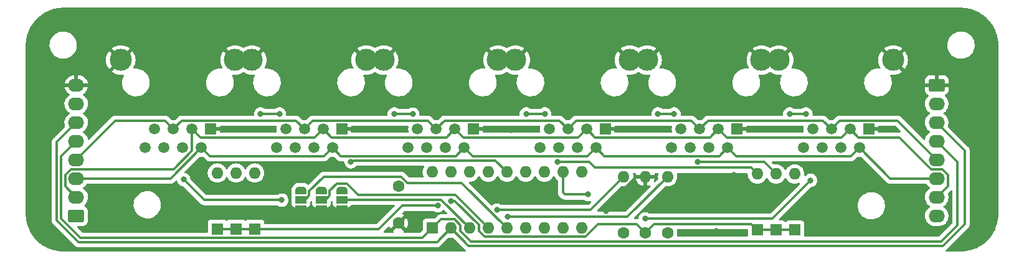
<source format=gtl>
G04 #@! TF.GenerationSoftware,KiCad,Pcbnew,7.0.1*
G04 #@! TF.CreationDate,2023-07-05T16:18:13-05:00*
G04 #@! TF.ProjectId,pn5180 mcp23008 breakout board,706e3531-3830-4206-9d63-703233303038,rev?*
G04 #@! TF.SameCoordinates,Original*
G04 #@! TF.FileFunction,Copper,L1,Top*
G04 #@! TF.FilePolarity,Positive*
%FSLAX46Y46*%
G04 Gerber Fmt 4.6, Leading zero omitted, Abs format (unit mm)*
G04 Created by KiCad (PCBNEW 7.0.1) date 2023-07-05 16:18:13*
%MOMM*%
%LPD*%
G01*
G04 APERTURE LIST*
G04 Aperture macros list*
%AMRoundRect*
0 Rectangle with rounded corners*
0 $1 Rounding radius*
0 $2 $3 $4 $5 $6 $7 $8 $9 X,Y pos of 4 corners*
0 Add a 4 corners polygon primitive as box body*
4,1,4,$2,$3,$4,$5,$6,$7,$8,$9,$2,$3,0*
0 Add four circle primitives for the rounded corners*
1,1,$1+$1,$2,$3*
1,1,$1+$1,$4,$5*
1,1,$1+$1,$6,$7*
1,1,$1+$1,$8,$9*
0 Add four rect primitives between the rounded corners*
20,1,$1+$1,$2,$3,$4,$5,0*
20,1,$1+$1,$4,$5,$6,$7,0*
20,1,$1+$1,$6,$7,$8,$9,0*
20,1,$1+$1,$8,$9,$2,$3,0*%
%AMFreePoly0*
4,1,19,0.550000,-0.750000,0.000000,-0.750000,0.000000,-0.744911,-0.071157,-0.744911,-0.207708,-0.704816,-0.327430,-0.627875,-0.420627,-0.520320,-0.479746,-0.390866,-0.500000,-0.250000,-0.500000,0.250000,-0.479746,0.390866,-0.420627,0.520320,-0.327430,0.627875,-0.207708,0.704816,-0.071157,0.744911,0.000000,0.744911,0.000000,0.750000,0.550000,0.750000,0.550000,-0.750000,0.550000,-0.750000,
$1*%
%AMFreePoly1*
4,1,19,0.000000,0.744911,0.071157,0.744911,0.207708,0.704816,0.327430,0.627875,0.420627,0.520320,0.479746,0.390866,0.500000,0.250000,0.500000,-0.250000,0.479746,-0.390866,0.420627,-0.520320,0.327430,-0.627875,0.207708,-0.704816,0.071157,-0.744911,0.000000,-0.744911,0.000000,-0.750000,-0.550000,-0.750000,-0.550000,0.750000,0.000000,0.750000,0.000000,0.744911,0.000000,0.744911,
$1*%
G04 Aperture macros list end*
G04 #@! TA.AperFunction,ComponentPad*
%ADD10R,1.600000X1.600000*%
G04 #@! TD*
G04 #@! TA.AperFunction,ComponentPad*
%ADD11O,1.600000X1.600000*%
G04 #@! TD*
G04 #@! TA.AperFunction,ComponentPad*
%ADD12C,3.000000*%
G04 #@! TD*
G04 #@! TA.AperFunction,ComponentPad*
%ADD13C,1.500000*%
G04 #@! TD*
G04 #@! TA.AperFunction,ComponentPad*
%ADD14R,1.500000X1.500000*%
G04 #@! TD*
G04 #@! TA.AperFunction,SMDPad,CuDef*
%ADD15FreePoly0,90.000000*%
G04 #@! TD*
G04 #@! TA.AperFunction,SMDPad,CuDef*
%ADD16R,1.500000X1.000000*%
G04 #@! TD*
G04 #@! TA.AperFunction,SMDPad,CuDef*
%ADD17FreePoly1,90.000000*%
G04 #@! TD*
G04 #@! TA.AperFunction,ComponentPad*
%ADD18RoundRect,0.250000X-0.845000X0.620000X-0.845000X-0.620000X0.845000X-0.620000X0.845000X0.620000X0*%
G04 #@! TD*
G04 #@! TA.AperFunction,ComponentPad*
%ADD19O,2.190000X1.740000*%
G04 #@! TD*
G04 #@! TA.AperFunction,ComponentPad*
%ADD20C,1.600000*%
G04 #@! TD*
G04 #@! TA.AperFunction,ComponentPad*
%ADD21RoundRect,0.250000X0.845000X-0.620000X0.845000X0.620000X-0.845000X0.620000X-0.845000X-0.620000X0*%
G04 #@! TD*
G04 #@! TA.AperFunction,ViaPad*
%ADD22C,0.800000*%
G04 #@! TD*
G04 #@! TA.AperFunction,Conductor*
%ADD23C,0.375000*%
G04 #@! TD*
G04 APERTURE END LIST*
D10*
X138811000Y-104775000D03*
D11*
X141351000Y-104775000D03*
X143891000Y-104775000D03*
X146431000Y-104775000D03*
X148971000Y-104775000D03*
X151511000Y-104775000D03*
X154051000Y-104775000D03*
X156591000Y-104775000D03*
X159131000Y-104775000D03*
X159131000Y-97155000D03*
X156591000Y-97155000D03*
X154051000Y-97155000D03*
X151511000Y-97155000D03*
X148971000Y-97155000D03*
X146431000Y-97155000D03*
X143891000Y-97155000D03*
X141351000Y-97155000D03*
X138811000Y-97155000D03*
D12*
X150114000Y-81915000D03*
X165654000Y-81915000D03*
D13*
X153439000Y-93855000D03*
X154709000Y-91315000D03*
X155979000Y-93855000D03*
X157249000Y-91315000D03*
X158519000Y-93855000D03*
X159789000Y-91315000D03*
X161059000Y-93855000D03*
D14*
X162329000Y-91315000D03*
D12*
X114300000Y-81915000D03*
X129840000Y-81915000D03*
D13*
X117625000Y-93855000D03*
X118895000Y-91315000D03*
X120165000Y-93855000D03*
X121435000Y-91315000D03*
X122705000Y-93855000D03*
X123975000Y-91315000D03*
X125245000Y-93855000D03*
D14*
X126515000Y-91315000D03*
D15*
X120961000Y-102222000D03*
D16*
X120961000Y-100922000D03*
D17*
X120961000Y-99622000D03*
D11*
X114681000Y-97282000D03*
D10*
X114681000Y-104902000D03*
D18*
X207391000Y-85344000D03*
D19*
X207391000Y-87884000D03*
X207391000Y-90424000D03*
X207391000Y-92964000D03*
X207391000Y-95504000D03*
X207391000Y-98044000D03*
X207391000Y-100584000D03*
X207391000Y-103124000D03*
D10*
X185547000Y-105029000D03*
D11*
X185547000Y-97409000D03*
D20*
X170815000Y-105410000D03*
D11*
X170815000Y-97790000D03*
D15*
X126549000Y-102222000D03*
D16*
X126549000Y-100922000D03*
D17*
X126549000Y-99622000D03*
D12*
X96474000Y-81915000D03*
X112014000Y-81915000D03*
D13*
X99799000Y-93855000D03*
X101069000Y-91315000D03*
X102339000Y-93855000D03*
X103609000Y-91315000D03*
X104879000Y-93855000D03*
X106149000Y-91315000D03*
X107419000Y-93855000D03*
D14*
X108689000Y-91315000D03*
X198143000Y-91315000D03*
D13*
X196873000Y-93855000D03*
X195603000Y-91315000D03*
X194333000Y-93855000D03*
X193063000Y-91315000D03*
X191793000Y-93855000D03*
X190523000Y-91315000D03*
X189253000Y-93855000D03*
D12*
X201468000Y-81915000D03*
X185928000Y-81915000D03*
D10*
X183007000Y-105029000D03*
D11*
X183007000Y-97409000D03*
D20*
X134239000Y-104100000D03*
X134239000Y-99100000D03*
D10*
X188087000Y-105029000D03*
D11*
X188087000Y-97409000D03*
D21*
X90424000Y-103124000D03*
D19*
X90424000Y-100584000D03*
X90424000Y-98044000D03*
X90424000Y-95504000D03*
X90424000Y-92964000D03*
X90424000Y-90424000D03*
X90424000Y-87884000D03*
X90424000Y-85344000D03*
D15*
X123755000Y-102222000D03*
D16*
X123755000Y-100922000D03*
D17*
X123755000Y-99622000D03*
D10*
X109601000Y-104902000D03*
D11*
X109601000Y-97282000D03*
D20*
X164846000Y-105410000D03*
D11*
X164846000Y-97790000D03*
D20*
X167767000Y-105410000D03*
D11*
X167767000Y-97790000D03*
X112141000Y-97282000D03*
D10*
X112141000Y-104902000D03*
D12*
X132207000Y-81915000D03*
X147747000Y-81915000D03*
D13*
X135532000Y-93855000D03*
X136802000Y-91315000D03*
X138072000Y-93855000D03*
X139342000Y-91315000D03*
X140612000Y-93855000D03*
X141882000Y-91315000D03*
X143152000Y-93855000D03*
D14*
X144422000Y-91315000D03*
D12*
X168021000Y-81915000D03*
X183561000Y-81915000D03*
D13*
X171346000Y-93855000D03*
X172616000Y-91315000D03*
X173886000Y-93855000D03*
X175156000Y-91315000D03*
X176426000Y-93855000D03*
X177696000Y-91315000D03*
X178966000Y-93855000D03*
D14*
X180236000Y-91315000D03*
D22*
X130429000Y-103759000D03*
X136398000Y-104267000D03*
X177419000Y-105156000D03*
X191516000Y-102362000D03*
X179070000Y-101346000D03*
X153289000Y-100838000D03*
X105537000Y-102997000D03*
X111379000Y-91313000D03*
X107315000Y-96012000D03*
X124968000Y-96393000D03*
X162433000Y-102464000D03*
X149479000Y-91440000D03*
X179832000Y-97536000D03*
X171323000Y-99441000D03*
X160020000Y-100203000D03*
X167767000Y-103505000D03*
X190246000Y-98277500D03*
X105029000Y-98171000D03*
X118364000Y-100965000D03*
X127762000Y-95779500D03*
X139573000Y-101727000D03*
X155829000Y-95779500D03*
X174879000Y-95779500D03*
X189611000Y-89237500D03*
X187403500Y-89237500D03*
X171695500Y-89237500D03*
X169496500Y-89237500D03*
X154108689Y-89237500D03*
X136181214Y-89274714D03*
X133649000Y-89237500D03*
X118061965Y-89237500D03*
X151589500Y-89242097D03*
X115486500Y-89237500D03*
X120961000Y-99622000D03*
X123755000Y-99622000D03*
X126549000Y-99622000D03*
X141351000Y-101074500D03*
X147622494Y-102313506D03*
X149098000Y-103251000D03*
D23*
X162433000Y-102464000D02*
X162433000Y-101882379D01*
X162433000Y-101882379D02*
X166525379Y-97790000D01*
X166525379Y-97790000D02*
X167767000Y-97790000D01*
X149354000Y-91315000D02*
X149479000Y-91440000D01*
X144422000Y-91315000D02*
X149354000Y-91315000D01*
X173228000Y-97536000D02*
X179832000Y-97536000D01*
X171323000Y-99441000D02*
X173228000Y-97536000D01*
X156591000Y-99949000D02*
X156591000Y-97155000D01*
X156845000Y-100203000D02*
X156591000Y-99949000D01*
X160020000Y-100203000D02*
X156845000Y-100203000D01*
X185018500Y-103505000D02*
X167767000Y-103505000D01*
X190246000Y-98277500D02*
X185018500Y-103505000D01*
X107823000Y-100965000D02*
X105029000Y-98171000D01*
X118364000Y-100965000D02*
X107823000Y-100965000D01*
X128143000Y-95567500D02*
X127931000Y-95779500D01*
X147383500Y-95567500D02*
X128143000Y-95567500D01*
X127931000Y-95779500D02*
X127762000Y-95779500D01*
X148971000Y-97155000D02*
X147383500Y-95567500D01*
X134747000Y-101727000D02*
X139573000Y-101727000D01*
X131572000Y-104902000D02*
X134747000Y-101727000D01*
X114681000Y-104902000D02*
X131572000Y-104902000D01*
X136144000Y-89237500D02*
X136181214Y-89274714D01*
X133649000Y-89237500D02*
X136144000Y-89237500D01*
X115486500Y-89237500D02*
X118061965Y-89237500D01*
X182165000Y-96567000D02*
X183007000Y-97409000D01*
X155829000Y-95779500D02*
X160125500Y-95779500D01*
X160125500Y-95779500D02*
X160913000Y-96567000D01*
X160913000Y-96567000D02*
X182165000Y-96567000D01*
X183917500Y-95779500D02*
X185547000Y-97409000D01*
X174879000Y-95779500D02*
X183917500Y-95779500D01*
X161362879Y-104222500D02*
X166579500Y-104222500D01*
X159622879Y-105962500D02*
X161362879Y-104222500D01*
X145135414Y-105158793D02*
X145939121Y-105962500D01*
X145135414Y-104340035D02*
X145135414Y-105158793D01*
X141869879Y-101074500D02*
X145135414Y-104340035D01*
X141351000Y-101074500D02*
X141869879Y-101074500D01*
X166579500Y-104222500D02*
X167767000Y-105410000D01*
X145939121Y-105962500D02*
X159622879Y-105962500D01*
X187403500Y-89237500D02*
X189611000Y-89237500D01*
X169496500Y-89237500D02*
X171695500Y-89237500D01*
X154104092Y-89242097D02*
X154108689Y-89237500D01*
X151589500Y-89242097D02*
X154104092Y-89242097D01*
X138204500Y-90177500D02*
X122572500Y-90177500D01*
X160322494Y-102313506D02*
X164846000Y-97790000D01*
X147622494Y-102313506D02*
X160322494Y-102313506D01*
X165354000Y-103251000D02*
X170815000Y-97790000D01*
X149098000Y-103251000D02*
X165354000Y-103251000D01*
X90738328Y-106664500D02*
X87791500Y-103717672D01*
X141351000Y-104775000D02*
X139461500Y-106664500D01*
X139461500Y-106664500D02*
X90738328Y-106664500D01*
X91022939Y-106089500D02*
X137496500Y-106089500D01*
X137496500Y-106089500D02*
X138811000Y-104775000D01*
X88366500Y-103433061D02*
X91022939Y-106089500D01*
X88366500Y-103251000D02*
X88366500Y-103433061D01*
X88366500Y-103251000D02*
X88366500Y-103479500D01*
X88366500Y-95021500D02*
X88366500Y-103251000D01*
X112141000Y-104902000D02*
X114681000Y-104902000D01*
X109601000Y-104902000D02*
X112141000Y-104902000D01*
X168954500Y-104222500D02*
X167767000Y-105410000D01*
X183007000Y-105029000D02*
X182200500Y-104222500D01*
X182200500Y-104222500D02*
X168954500Y-104222500D01*
X185547000Y-105029000D02*
X183007000Y-105029000D01*
X188087000Y-105029000D02*
X185547000Y-105029000D01*
X124062000Y-97790000D02*
X122098500Y-99753500D01*
X134608379Y-97790000D02*
X124062000Y-97790000D01*
X122098500Y-100332508D02*
X121509008Y-100922000D01*
X135426500Y-98608121D02*
X134608379Y-97790000D01*
X121509008Y-100922000D02*
X120961000Y-100922000D01*
X142804121Y-98608121D02*
X135426500Y-98608121D01*
X148971000Y-104775000D02*
X142804121Y-98608121D01*
X122098500Y-99753500D02*
X122098500Y-100332508D01*
X124303008Y-100922000D02*
X123755000Y-100922000D01*
X127186500Y-98734500D02*
X125853000Y-98734500D01*
X125853000Y-98734500D02*
X124892500Y-99695000D01*
X128739500Y-100287500D02*
X127186500Y-98734500D01*
X124892500Y-100332508D02*
X124303008Y-100922000D01*
X141943500Y-100287500D02*
X128739500Y-100287500D01*
X146431000Y-104775000D02*
X141943500Y-100287500D01*
X124892500Y-99695000D02*
X124892500Y-100332508D01*
X140038000Y-100922000D02*
X126549000Y-100922000D01*
X143891000Y-104775000D02*
X140038000Y-100922000D01*
X208235000Y-107172500D02*
X143748500Y-107172500D01*
X207391000Y-90424000D02*
X211181838Y-94214838D01*
X211181838Y-94214838D02*
X211181838Y-104225662D01*
X211181838Y-104225662D02*
X208235000Y-107172500D01*
X143748500Y-107172500D02*
X141351000Y-104775000D01*
X210185000Y-95758000D02*
X207391000Y-92964000D01*
X210185000Y-104394000D02*
X210185000Y-95758000D01*
X207981500Y-106597500D02*
X210185000Y-104394000D01*
X142621000Y-105184379D02*
X144034121Y-106597500D01*
X141842879Y-103587500D02*
X142621000Y-104365621D01*
X144034121Y-106597500D02*
X207981500Y-106597500D01*
X142621000Y-104365621D02*
X142621000Y-105184379D01*
X139998500Y-103587500D02*
X141842879Y-103587500D01*
X138811000Y-104775000D02*
X139998500Y-103587500D01*
X87791500Y-103717672D02*
X87791500Y-93056500D01*
X87791500Y-93056500D02*
X90424000Y-90424000D01*
X90424000Y-92964000D02*
X88366500Y-95021500D01*
X102471500Y-90177500D02*
X103609000Y-91315000D01*
X95750500Y-90177500D02*
X102471500Y-90177500D01*
X90424000Y-95504000D02*
X95750500Y-90177500D01*
X201062000Y-98044000D02*
X196873000Y-93855000D01*
X207391000Y-98044000D02*
X201062000Y-98044000D01*
X208136874Y-96786500D02*
X208915000Y-97564626D01*
X206670126Y-96786500D02*
X208136874Y-96786500D01*
X208915000Y-97564626D02*
X208915000Y-99060000D01*
X208915000Y-99060000D02*
X207391000Y-100584000D01*
X202336126Y-92452500D02*
X206670126Y-96786500D01*
X196740500Y-92452500D02*
X202336126Y-92452500D01*
X195603000Y-91315000D02*
X196740500Y-92452500D01*
X194465500Y-92452500D02*
X195603000Y-91315000D01*
X178833500Y-92452500D02*
X194465500Y-92452500D01*
X177696000Y-91315000D02*
X178833500Y-92452500D01*
X176558500Y-92452500D02*
X177696000Y-91315000D01*
X160926500Y-92452500D02*
X176558500Y-92452500D01*
X159789000Y-91315000D02*
X160926500Y-92452500D01*
X158651500Y-92452500D02*
X159789000Y-91315000D01*
X141882000Y-91315000D02*
X143019500Y-92452500D01*
X143019500Y-92452500D02*
X158651500Y-92452500D01*
X140744500Y-92452500D02*
X141882000Y-91315000D01*
X123975000Y-91315000D02*
X125112500Y-92452500D01*
X125112500Y-92452500D02*
X140744500Y-92452500D01*
X122837500Y-92452500D02*
X123975000Y-91315000D01*
X107286500Y-92452500D02*
X122837500Y-92452500D01*
X106149000Y-91315000D02*
X107286500Y-92452500D01*
X103644500Y-96761500D02*
X106149000Y-94257000D01*
X88941500Y-97510626D02*
X89690626Y-96761500D01*
X88941500Y-99101500D02*
X88941500Y-97510626D01*
X89690626Y-96761500D02*
X103644500Y-96761500D01*
X106149000Y-94257000D02*
X106149000Y-91315000D01*
X90424000Y-100584000D02*
X88941500Y-99101500D01*
X104746500Y-90177500D02*
X103609000Y-91315000D01*
X120297500Y-90177500D02*
X104746500Y-90177500D01*
X121435000Y-91315000D02*
X120297500Y-90177500D01*
X122572500Y-90177500D02*
X121435000Y-91315000D01*
X139342000Y-91315000D02*
X138204500Y-90177500D01*
X140479500Y-90177500D02*
X139342000Y-91315000D01*
X157249000Y-91315000D02*
X156111500Y-90177500D01*
X156111500Y-90177500D02*
X140479500Y-90177500D01*
X174018500Y-90177500D02*
X158386500Y-90177500D01*
X175156000Y-91315000D02*
X174018500Y-90177500D01*
X158386500Y-90177500D02*
X157249000Y-91315000D01*
X176293500Y-90177500D02*
X175156000Y-91315000D01*
X191925500Y-90177500D02*
X176293500Y-90177500D01*
X193063000Y-91315000D02*
X191925500Y-90177500D01*
X194200500Y-90177500D02*
X193063000Y-91315000D01*
X202064500Y-90177500D02*
X194200500Y-90177500D01*
X207391000Y-95504000D02*
X202064500Y-90177500D01*
X195735500Y-94992500D02*
X196873000Y-93855000D01*
X180103500Y-94992500D02*
X195735500Y-94992500D01*
X178966000Y-93855000D02*
X180103500Y-94992500D01*
X162196500Y-94992500D02*
X177828500Y-94992500D01*
X161059000Y-93855000D02*
X162196500Y-94992500D01*
X177828500Y-94992500D02*
X178966000Y-93855000D01*
X159921500Y-94992500D02*
X161059000Y-93855000D01*
X143152000Y-93855000D02*
X144289500Y-94992500D01*
X144289500Y-94992500D02*
X159921500Y-94992500D01*
X126382500Y-94992500D02*
X142014500Y-94992500D01*
X142014500Y-94992500D02*
X143152000Y-93855000D01*
X125245000Y-93855000D02*
X126382500Y-94992500D01*
X107419000Y-93855000D02*
X108556500Y-94992500D01*
X108556500Y-94992500D02*
X124107500Y-94992500D01*
X124107500Y-94992500D02*
X125245000Y-93855000D01*
X103230000Y-98044000D02*
X107419000Y-93855000D01*
X90424000Y-98044000D02*
X103230000Y-98044000D01*
G04 #@! TA.AperFunction,Conductor*
G36*
X210695562Y-74803605D02*
G01*
X210910373Y-74812490D01*
X211113249Y-74821348D01*
X211123120Y-74822177D01*
X211338510Y-74849026D01*
X211338963Y-74849084D01*
X211541504Y-74875749D01*
X211550718Y-74877319D01*
X211762797Y-74921787D01*
X211763827Y-74922009D01*
X211963566Y-74966290D01*
X211972092Y-74968502D01*
X212109957Y-75009546D01*
X212179503Y-75030251D01*
X212181407Y-75030835D01*
X212232925Y-75047078D01*
X212376404Y-75092316D01*
X212384119Y-75095034D01*
X212585754Y-75173712D01*
X212588027Y-75174626D01*
X212776987Y-75252896D01*
X212783965Y-75256043D01*
X212978405Y-75351098D01*
X212981080Y-75352449D01*
X213071300Y-75399415D01*
X213162482Y-75446882D01*
X213168698Y-75450348D01*
X213354533Y-75561081D01*
X213357685Y-75563024D01*
X213530116Y-75672875D01*
X213535545Y-75676538D01*
X213711570Y-75802218D01*
X213715002Y-75804759D01*
X213877219Y-75929232D01*
X213881874Y-75932985D01*
X214046920Y-76072771D01*
X214050552Y-76075972D01*
X214201327Y-76214132D01*
X214205235Y-76217873D01*
X214358125Y-76370763D01*
X214361866Y-76374671D01*
X214500026Y-76525446D01*
X214503227Y-76529078D01*
X214643013Y-76694124D01*
X214646766Y-76698779D01*
X214771239Y-76860996D01*
X214773780Y-76864428D01*
X214899460Y-77040453D01*
X214903123Y-77045882D01*
X215012974Y-77218313D01*
X215014917Y-77221465D01*
X215125650Y-77407300D01*
X215129116Y-77413516D01*
X215223534Y-77594889D01*
X215224946Y-77597686D01*
X215319942Y-77792004D01*
X215323102Y-77799011D01*
X215401351Y-77987920D01*
X215402307Y-77990298D01*
X215480949Y-78191838D01*
X215483693Y-78199627D01*
X215545163Y-78394591D01*
X215545747Y-78396495D01*
X215607494Y-78603898D01*
X215609710Y-78612441D01*
X215653949Y-78811987D01*
X215654249Y-78813380D01*
X215698675Y-79025260D01*
X215700253Y-79034521D01*
X215726887Y-79236829D01*
X215726996Y-79237676D01*
X215753818Y-79452849D01*
X215754652Y-79462778D01*
X215763512Y-79665701D01*
X215763524Y-79665986D01*
X215772394Y-79880438D01*
X215772500Y-79885562D01*
X215772500Y-102867438D01*
X215772394Y-102872562D01*
X215763524Y-103087013D01*
X215763512Y-103087298D01*
X215754652Y-103290220D01*
X215753818Y-103300149D01*
X215726996Y-103515322D01*
X215726887Y-103516169D01*
X215700253Y-103718477D01*
X215698675Y-103727738D01*
X215654249Y-103939618D01*
X215653949Y-103941011D01*
X215609710Y-104140557D01*
X215607494Y-104149100D01*
X215545747Y-104356503D01*
X215545163Y-104358407D01*
X215483693Y-104553371D01*
X215480949Y-104561160D01*
X215402307Y-104762700D01*
X215401351Y-104765078D01*
X215323102Y-104953987D01*
X215319942Y-104960994D01*
X215224946Y-105155312D01*
X215223534Y-105158109D01*
X215129116Y-105339482D01*
X215125650Y-105345698D01*
X215014917Y-105531533D01*
X215012974Y-105534685D01*
X214903123Y-105707116D01*
X214899460Y-105712545D01*
X214773780Y-105888570D01*
X214771239Y-105892002D01*
X214646766Y-106054219D01*
X214643013Y-106058874D01*
X214503227Y-106223920D01*
X214500026Y-106227552D01*
X214361866Y-106378327D01*
X214358125Y-106382235D01*
X214205235Y-106535125D01*
X214201327Y-106538866D01*
X214050552Y-106677026D01*
X214046920Y-106680227D01*
X213881874Y-106820013D01*
X213877219Y-106823766D01*
X213715002Y-106948239D01*
X213711570Y-106950780D01*
X213535545Y-107076460D01*
X213530116Y-107080123D01*
X213357685Y-107189974D01*
X213354533Y-107191917D01*
X213168698Y-107302650D01*
X213162482Y-107306116D01*
X212981109Y-107400534D01*
X212978312Y-107401946D01*
X212783994Y-107496942D01*
X212776987Y-107500102D01*
X212588078Y-107578351D01*
X212585700Y-107579307D01*
X212384160Y-107657949D01*
X212376371Y-107660693D01*
X212181407Y-107722163D01*
X212179503Y-107722747D01*
X211972100Y-107784494D01*
X211963557Y-107786710D01*
X211764011Y-107830949D01*
X211762618Y-107831249D01*
X211550738Y-107875675D01*
X211541477Y-107877253D01*
X211339169Y-107903887D01*
X211338322Y-107903996D01*
X211123149Y-107930818D01*
X211113220Y-107931652D01*
X210910408Y-107940507D01*
X210910124Y-107940519D01*
X210695563Y-107949394D01*
X210690438Y-107949500D01*
X208718380Y-107949500D01*
X208658118Y-107933872D01*
X208613046Y-107890927D01*
X208594525Y-107831490D01*
X208607223Y-107770544D01*
X208647941Y-107723450D01*
X208678287Y-107702502D01*
X208694579Y-107691258D01*
X208733718Y-107647076D01*
X208738820Y-107641657D01*
X211650995Y-104729482D01*
X211656414Y-104724380D01*
X211700596Y-104685241D01*
X211734134Y-104636651D01*
X211738528Y-104630678D01*
X211774939Y-104584205D01*
X211778938Y-104575318D01*
X211789965Y-104555766D01*
X211795506Y-104547740D01*
X211816435Y-104492552D01*
X211819297Y-104485644D01*
X211820038Y-104483999D01*
X211843510Y-104431847D01*
X211845266Y-104422260D01*
X211851295Y-104400632D01*
X211854752Y-104391520D01*
X211861864Y-104332932D01*
X211862984Y-104325577D01*
X211873627Y-104267508D01*
X211870064Y-104208611D01*
X211869838Y-104201124D01*
X211869838Y-94239382D01*
X211870064Y-94231895D01*
X211870353Y-94227115D01*
X211873627Y-94172992D01*
X211862982Y-94114907D01*
X211861865Y-94107561D01*
X211854752Y-94048980D01*
X211851294Y-94039864D01*
X211845270Y-94018253D01*
X211843511Y-94008653D01*
X211819290Y-93954839D01*
X211816430Y-93947935D01*
X211795506Y-93892760D01*
X211789965Y-93884732D01*
X211778941Y-93865185D01*
X211774941Y-93856298D01*
X211774940Y-93856297D01*
X211774940Y-93856296D01*
X211738552Y-93809850D01*
X211734113Y-93803817D01*
X211702924Y-93758632D01*
X211700596Y-93755259D01*
X211656417Y-93716120D01*
X211650979Y-93711000D01*
X208941361Y-91001382D01*
X208908718Y-90943671D01*
X208910476Y-90877394D01*
X208960583Y-90713780D01*
X208990216Y-90482376D01*
X208980314Y-90249293D01*
X208931164Y-90021235D01*
X208844179Y-89804765D01*
X208721862Y-89606109D01*
X208567731Y-89430982D01*
X208561259Y-89425756D01*
X208386221Y-89284421D01*
X208345897Y-89261895D01*
X208300782Y-89218655D01*
X208282484Y-89158904D01*
X208295649Y-89097816D01*
X208336933Y-89050909D01*
X208480088Y-88954153D01*
X208648516Y-88792728D01*
X208787240Y-88605161D01*
X208892270Y-88396847D01*
X208960583Y-88173780D01*
X208990216Y-87942376D01*
X208980314Y-87709293D01*
X208931164Y-87481235D01*
X208844179Y-87264765D01*
X208721862Y-87066109D01*
X208567731Y-86890982D01*
X208527768Y-86858714D01*
X208489436Y-86805437D01*
X208483668Y-86740058D01*
X208512079Y-86680892D01*
X208544745Y-86659141D01*
X208542787Y-86655966D01*
X208704345Y-86556316D01*
X208828316Y-86432345D01*
X208920357Y-86283122D01*
X208975506Y-86116696D01*
X208986000Y-86013979D01*
X208986000Y-85594000D01*
X205796001Y-85594000D01*
X205796001Y-86013979D01*
X205806493Y-86116695D01*
X205861642Y-86283122D01*
X205953683Y-86432345D01*
X206077654Y-86556316D01*
X206239213Y-86655966D01*
X206237425Y-86658864D01*
X206268361Y-86679007D01*
X206297449Y-86734979D01*
X206295237Y-86798020D01*
X206262296Y-86851815D01*
X206133483Y-86975271D01*
X205994760Y-87162838D01*
X205889730Y-87371152D01*
X205821417Y-87594219D01*
X205791784Y-87825627D01*
X205801685Y-88058704D01*
X205850836Y-88286767D01*
X205932729Y-88490563D01*
X205937821Y-88503235D01*
X206060138Y-88701891D01*
X206207402Y-88869216D01*
X206214270Y-88877019D01*
X206395776Y-89023576D01*
X206436101Y-89046103D01*
X206481217Y-89089343D01*
X206499515Y-89149094D01*
X206486350Y-89210182D01*
X206445064Y-89257092D01*
X206301912Y-89353846D01*
X206133483Y-89515272D01*
X205994760Y-89702838D01*
X205889730Y-89911152D01*
X205821417Y-90134219D01*
X205791784Y-90365627D01*
X205801685Y-90598704D01*
X205850836Y-90826767D01*
X205937819Y-91043231D01*
X205937821Y-91043235D01*
X206027572Y-91189000D01*
X206060139Y-91241892D01*
X206214270Y-91417019D01*
X206395776Y-91563576D01*
X206436101Y-91586103D01*
X206481217Y-91629343D01*
X206499515Y-91689094D01*
X206486350Y-91750182D01*
X206445064Y-91797092D01*
X206301912Y-91893846D01*
X206133483Y-92055272D01*
X205994760Y-92242838D01*
X205889730Y-92451152D01*
X205821414Y-92674228D01*
X205820891Y-92678316D01*
X205818360Y-92684202D01*
X205818327Y-92684311D01*
X205818315Y-92684307D01*
X205793954Y-92740972D01*
X205737959Y-92779906D01*
X205669844Y-92783341D01*
X205610216Y-92750237D01*
X202568344Y-89708365D01*
X202563210Y-89702912D01*
X202562342Y-89701932D01*
X202524079Y-89658742D01*
X202475508Y-89625215D01*
X202469484Y-89620783D01*
X202423043Y-89584399D01*
X202414149Y-89580395D01*
X202394609Y-89569375D01*
X202386577Y-89563831D01*
X202331401Y-89542905D01*
X202324484Y-89540040D01*
X202270683Y-89515826D01*
X202261087Y-89514068D01*
X202239474Y-89508043D01*
X202230358Y-89504586D01*
X202171791Y-89497474D01*
X202164388Y-89496347D01*
X202106347Y-89485711D01*
X202106346Y-89485711D01*
X202073068Y-89487724D01*
X202047449Y-89489274D01*
X202039962Y-89489500D01*
X194225038Y-89489500D01*
X194217551Y-89489274D01*
X194158651Y-89485710D01*
X194100609Y-89496347D01*
X194093208Y-89497474D01*
X194034638Y-89504586D01*
X194025521Y-89508044D01*
X194003912Y-89514068D01*
X193994315Y-89515826D01*
X193940520Y-89540038D01*
X193933604Y-89542903D01*
X193878418Y-89563833D01*
X193870385Y-89569378D01*
X193850850Y-89580396D01*
X193841956Y-89584399D01*
X193795513Y-89620783D01*
X193789486Y-89625218D01*
X193740918Y-89658743D01*
X193701787Y-89702912D01*
X193696655Y-89708364D01*
X193363473Y-90041546D01*
X193318203Y-90070387D01*
X193264985Y-90077393D01*
X193062999Y-90059722D01*
X192861013Y-90077393D01*
X192807795Y-90070387D01*
X192762525Y-90041546D01*
X192429344Y-89708365D01*
X192424210Y-89702912D01*
X192423342Y-89701932D01*
X192385079Y-89658742D01*
X192336508Y-89625215D01*
X192330484Y-89620783D01*
X192284043Y-89584399D01*
X192275149Y-89580395D01*
X192255609Y-89569375D01*
X192247577Y-89563831D01*
X192192401Y-89542905D01*
X192185484Y-89540040D01*
X192131683Y-89515826D01*
X192122087Y-89514068D01*
X192100474Y-89508043D01*
X192091358Y-89504586D01*
X192032791Y-89497474D01*
X192025388Y-89496347D01*
X191967347Y-89485711D01*
X191967346Y-89485711D01*
X191934068Y-89487724D01*
X191908449Y-89489274D01*
X191900962Y-89489500D01*
X190627690Y-89489500D01*
X190561980Y-89470658D01*
X190516240Y-89419858D01*
X190504369Y-89352539D01*
X190511528Y-89284422D01*
X190516460Y-89237500D01*
X190496674Y-89049244D01*
X190450270Y-88906429D01*
X190438179Y-88869215D01*
X190343533Y-88705283D01*
X190216870Y-88564610D01*
X190063730Y-88453348D01*
X189890802Y-88376355D01*
X189705648Y-88337000D01*
X189705646Y-88337000D01*
X189516354Y-88337000D01*
X189516352Y-88337000D01*
X189331197Y-88376355D01*
X189158272Y-88453347D01*
X189058525Y-88525818D01*
X189023957Y-88543431D01*
X188985639Y-88549500D01*
X188028861Y-88549500D01*
X187990543Y-88543431D01*
X187955975Y-88525818D01*
X187907446Y-88490560D01*
X187856230Y-88453349D01*
X187856229Y-88453348D01*
X187856227Y-88453347D01*
X187683302Y-88376355D01*
X187498148Y-88337000D01*
X187498146Y-88337000D01*
X187308854Y-88337000D01*
X187308852Y-88337000D01*
X187123697Y-88376355D01*
X186950769Y-88453348D01*
X186797629Y-88564610D01*
X186670966Y-88705283D01*
X186576320Y-88869215D01*
X186517826Y-89049242D01*
X186505066Y-89170646D01*
X186498040Y-89237500D01*
X186502971Y-89284421D01*
X186510131Y-89352539D01*
X186498260Y-89419858D01*
X186452520Y-89470658D01*
X186386810Y-89489500D01*
X176318038Y-89489500D01*
X176310551Y-89489274D01*
X176251651Y-89485710D01*
X176193609Y-89496347D01*
X176186208Y-89497474D01*
X176127638Y-89504586D01*
X176118521Y-89508044D01*
X176096912Y-89514068D01*
X176087315Y-89515826D01*
X176033520Y-89540038D01*
X176026604Y-89542903D01*
X175971418Y-89563833D01*
X175963385Y-89569378D01*
X175943850Y-89580396D01*
X175934956Y-89584399D01*
X175888513Y-89620783D01*
X175882486Y-89625218D01*
X175833918Y-89658743D01*
X175794787Y-89702912D01*
X175789655Y-89708364D01*
X175456473Y-90041546D01*
X175411203Y-90070387D01*
X175357985Y-90077393D01*
X175155999Y-90059722D01*
X174954013Y-90077393D01*
X174900795Y-90070387D01*
X174855525Y-90041546D01*
X174522344Y-89708365D01*
X174517210Y-89702912D01*
X174516342Y-89701932D01*
X174478079Y-89658742D01*
X174429508Y-89625215D01*
X174423484Y-89620783D01*
X174377043Y-89584399D01*
X174368149Y-89580395D01*
X174348609Y-89569375D01*
X174340577Y-89563831D01*
X174285401Y-89542905D01*
X174278484Y-89540040D01*
X174224683Y-89515826D01*
X174215087Y-89514068D01*
X174193474Y-89508043D01*
X174184358Y-89504586D01*
X174125791Y-89497474D01*
X174118388Y-89496347D01*
X174060347Y-89485711D01*
X174060346Y-89485711D01*
X174027068Y-89487724D01*
X174001449Y-89489274D01*
X173993962Y-89489500D01*
X172712190Y-89489500D01*
X172646480Y-89470658D01*
X172600740Y-89419858D01*
X172588869Y-89352539D01*
X172596028Y-89284422D01*
X172600960Y-89237500D01*
X172581174Y-89049244D01*
X172534770Y-88906429D01*
X172522679Y-88869215D01*
X172428033Y-88705283D01*
X172301370Y-88564610D01*
X172148230Y-88453348D01*
X171975302Y-88376355D01*
X171790148Y-88337000D01*
X171790146Y-88337000D01*
X171600854Y-88337000D01*
X171600852Y-88337000D01*
X171415697Y-88376355D01*
X171242772Y-88453347D01*
X171143025Y-88525818D01*
X171108457Y-88543431D01*
X171070139Y-88549500D01*
X170121861Y-88549500D01*
X170083543Y-88543431D01*
X170048975Y-88525818D01*
X170000446Y-88490560D01*
X169949230Y-88453349D01*
X169949229Y-88453348D01*
X169949227Y-88453347D01*
X169776302Y-88376355D01*
X169591148Y-88337000D01*
X169591146Y-88337000D01*
X169401854Y-88337000D01*
X169401852Y-88337000D01*
X169216697Y-88376355D01*
X169043769Y-88453348D01*
X168890629Y-88564610D01*
X168763966Y-88705283D01*
X168669320Y-88869215D01*
X168610826Y-89049242D01*
X168598066Y-89170646D01*
X168591040Y-89237500D01*
X168595971Y-89284421D01*
X168603131Y-89352539D01*
X168591260Y-89419858D01*
X168545520Y-89470658D01*
X168479810Y-89489500D01*
X158411038Y-89489500D01*
X158403551Y-89489274D01*
X158344651Y-89485710D01*
X158286609Y-89496347D01*
X158279208Y-89497474D01*
X158220638Y-89504586D01*
X158211521Y-89508044D01*
X158189912Y-89514068D01*
X158180315Y-89515826D01*
X158126520Y-89540038D01*
X158119604Y-89542903D01*
X158064418Y-89563833D01*
X158056385Y-89569378D01*
X158036850Y-89580396D01*
X158027956Y-89584399D01*
X157981513Y-89620783D01*
X157975486Y-89625218D01*
X157926918Y-89658743D01*
X157887787Y-89702912D01*
X157882655Y-89708364D01*
X157549473Y-90041546D01*
X157504203Y-90070387D01*
X157450985Y-90077393D01*
X157248999Y-90059722D01*
X157047013Y-90077393D01*
X156993795Y-90070387D01*
X156948525Y-90041546D01*
X156615344Y-89708365D01*
X156610210Y-89702912D01*
X156609342Y-89701932D01*
X156571079Y-89658742D01*
X156522508Y-89625215D01*
X156516484Y-89620783D01*
X156470043Y-89584399D01*
X156461149Y-89580395D01*
X156441609Y-89569375D01*
X156433577Y-89563831D01*
X156378401Y-89542905D01*
X156371484Y-89540040D01*
X156317683Y-89515826D01*
X156308087Y-89514068D01*
X156286474Y-89508043D01*
X156277358Y-89504586D01*
X156218791Y-89497474D01*
X156211388Y-89496347D01*
X156153347Y-89485711D01*
X156153346Y-89485711D01*
X156120068Y-89487724D01*
X156094449Y-89489274D01*
X156086962Y-89489500D01*
X155125379Y-89489500D01*
X155059669Y-89470658D01*
X155013929Y-89419858D01*
X155002058Y-89352539D01*
X155009217Y-89284422D01*
X155014149Y-89237500D01*
X154994363Y-89049244D01*
X154947959Y-88906429D01*
X154935868Y-88869215D01*
X154841222Y-88705283D01*
X154714559Y-88564610D01*
X154561419Y-88453348D01*
X154388491Y-88376355D01*
X154203337Y-88337000D01*
X154203335Y-88337000D01*
X154014043Y-88337000D01*
X154014041Y-88337000D01*
X153828886Y-88376355D01*
X153655961Y-88453347D01*
X153549887Y-88530415D01*
X153515319Y-88548028D01*
X153477001Y-88554097D01*
X152214861Y-88554097D01*
X152176543Y-88548028D01*
X152141975Y-88530415D01*
X152104559Y-88503231D01*
X152042230Y-88457946D01*
X152042229Y-88457945D01*
X152042227Y-88457944D01*
X151869302Y-88380952D01*
X151684148Y-88341597D01*
X151684146Y-88341597D01*
X151494854Y-88341597D01*
X151494852Y-88341597D01*
X151309697Y-88380952D01*
X151136769Y-88457945D01*
X150983629Y-88569207D01*
X150856966Y-88709880D01*
X150762320Y-88873812D01*
X150703826Y-89053839D01*
X150703825Y-89053841D01*
X150703826Y-89053841D01*
X150684040Y-89242097D01*
X150688488Y-89284422D01*
X150695648Y-89352539D01*
X150683777Y-89419858D01*
X150638037Y-89470658D01*
X150572327Y-89489500D01*
X140504038Y-89489500D01*
X140496551Y-89489274D01*
X140437651Y-89485710D01*
X140379609Y-89496347D01*
X140372208Y-89497474D01*
X140313638Y-89504586D01*
X140304521Y-89508044D01*
X140282912Y-89514068D01*
X140273315Y-89515826D01*
X140219520Y-89540038D01*
X140212604Y-89542903D01*
X140157418Y-89563833D01*
X140149385Y-89569378D01*
X140129850Y-89580396D01*
X140120956Y-89584399D01*
X140074513Y-89620783D01*
X140068486Y-89625218D01*
X140019918Y-89658743D01*
X139980787Y-89702912D01*
X139975655Y-89708364D01*
X139642473Y-90041546D01*
X139597203Y-90070387D01*
X139543985Y-90077393D01*
X139341999Y-90059722D01*
X139140013Y-90077393D01*
X139086795Y-90070387D01*
X139041525Y-90041546D01*
X138708344Y-89708365D01*
X138703210Y-89702912D01*
X138702342Y-89701932D01*
X138664079Y-89658742D01*
X138615508Y-89625215D01*
X138609484Y-89620783D01*
X138563043Y-89584399D01*
X138554149Y-89580395D01*
X138534609Y-89569375D01*
X138526577Y-89563831D01*
X138471401Y-89542905D01*
X138464484Y-89540040D01*
X138410683Y-89515826D01*
X138401087Y-89514068D01*
X138379474Y-89508043D01*
X138370358Y-89504586D01*
X138311791Y-89497474D01*
X138304388Y-89496347D01*
X138246347Y-89485711D01*
X138246346Y-89485711D01*
X138213068Y-89487724D01*
X138187449Y-89489274D01*
X138179962Y-89489500D01*
X137201815Y-89489500D01*
X137136105Y-89470658D01*
X137090365Y-89419858D01*
X137078494Y-89352539D01*
X137086674Y-89274714D01*
X137066888Y-89086458D01*
X137008393Y-88906430D01*
X137008393Y-88906429D01*
X136913747Y-88742497D01*
X136787084Y-88601824D01*
X136633944Y-88490562D01*
X136461016Y-88413569D01*
X136275862Y-88374214D01*
X136275860Y-88374214D01*
X136086568Y-88374214D01*
X136086566Y-88374214D01*
X135901411Y-88413569D01*
X135728486Y-88490560D01*
X135679960Y-88525818D01*
X135645392Y-88543431D01*
X135607074Y-88549500D01*
X134274361Y-88549500D01*
X134236043Y-88543431D01*
X134201475Y-88525818D01*
X134152946Y-88490560D01*
X134101730Y-88453349D01*
X134101729Y-88453348D01*
X134101727Y-88453347D01*
X133928802Y-88376355D01*
X133743648Y-88337000D01*
X133743646Y-88337000D01*
X133554354Y-88337000D01*
X133554352Y-88337000D01*
X133369197Y-88376355D01*
X133196269Y-88453348D01*
X133043129Y-88564610D01*
X132916466Y-88705283D01*
X132821820Y-88869215D01*
X132763326Y-89049242D01*
X132750566Y-89170646D01*
X132743540Y-89237500D01*
X132748471Y-89284421D01*
X132755631Y-89352539D01*
X132743760Y-89419858D01*
X132698020Y-89470658D01*
X132632310Y-89489500D01*
X122597038Y-89489500D01*
X122589551Y-89489274D01*
X122530651Y-89485710D01*
X122472609Y-89496347D01*
X122465208Y-89497474D01*
X122406638Y-89504586D01*
X122397521Y-89508044D01*
X122375912Y-89514068D01*
X122366315Y-89515826D01*
X122312520Y-89540038D01*
X122305604Y-89542903D01*
X122250418Y-89563833D01*
X122242385Y-89569378D01*
X122222850Y-89580396D01*
X122213956Y-89584399D01*
X122167513Y-89620783D01*
X122161486Y-89625218D01*
X122112918Y-89658743D01*
X122073787Y-89702912D01*
X122068655Y-89708364D01*
X121735473Y-90041546D01*
X121690203Y-90070387D01*
X121636985Y-90077393D01*
X121434999Y-90059722D01*
X121233013Y-90077393D01*
X121179795Y-90070387D01*
X121134525Y-90041546D01*
X120801344Y-89708365D01*
X120796210Y-89702912D01*
X120795342Y-89701932D01*
X120757079Y-89658742D01*
X120708508Y-89625215D01*
X120702484Y-89620783D01*
X120656043Y-89584399D01*
X120647149Y-89580395D01*
X120627609Y-89569375D01*
X120619577Y-89563831D01*
X120564401Y-89542905D01*
X120557484Y-89540040D01*
X120503683Y-89515826D01*
X120494087Y-89514068D01*
X120472474Y-89508043D01*
X120463358Y-89504586D01*
X120404791Y-89497474D01*
X120397388Y-89496347D01*
X120339347Y-89485711D01*
X120339346Y-89485711D01*
X120306068Y-89487724D01*
X120280449Y-89489274D01*
X120272962Y-89489500D01*
X119078655Y-89489500D01*
X119012945Y-89470658D01*
X118967205Y-89419858D01*
X118955334Y-89352539D01*
X118962493Y-89284422D01*
X118967425Y-89237500D01*
X118947639Y-89049244D01*
X118901235Y-88906429D01*
X118889144Y-88869215D01*
X118794498Y-88705283D01*
X118667835Y-88564610D01*
X118514695Y-88453348D01*
X118341767Y-88376355D01*
X118156613Y-88337000D01*
X118156611Y-88337000D01*
X117967319Y-88337000D01*
X117967317Y-88337000D01*
X117782162Y-88376355D01*
X117609237Y-88453347D01*
X117509490Y-88525818D01*
X117474922Y-88543431D01*
X117436604Y-88549500D01*
X116111861Y-88549500D01*
X116073543Y-88543431D01*
X116038975Y-88525818D01*
X115990446Y-88490560D01*
X115939230Y-88453349D01*
X115939229Y-88453348D01*
X115939227Y-88453347D01*
X115766302Y-88376355D01*
X115581148Y-88337000D01*
X115581146Y-88337000D01*
X115391854Y-88337000D01*
X115391852Y-88337000D01*
X115206697Y-88376355D01*
X115033769Y-88453348D01*
X114880629Y-88564610D01*
X114753966Y-88705283D01*
X114659320Y-88869215D01*
X114600826Y-89049242D01*
X114588066Y-89170646D01*
X114581040Y-89237500D01*
X114585971Y-89284421D01*
X114593131Y-89352539D01*
X114581260Y-89419858D01*
X114535520Y-89470658D01*
X114469810Y-89489500D01*
X104771038Y-89489500D01*
X104763551Y-89489274D01*
X104704651Y-89485710D01*
X104646609Y-89496347D01*
X104639208Y-89497474D01*
X104580638Y-89504586D01*
X104571521Y-89508044D01*
X104549912Y-89514068D01*
X104540315Y-89515826D01*
X104486520Y-89540038D01*
X104479604Y-89542903D01*
X104424418Y-89563833D01*
X104416385Y-89569378D01*
X104396850Y-89580396D01*
X104387956Y-89584399D01*
X104341513Y-89620783D01*
X104335486Y-89625218D01*
X104286918Y-89658743D01*
X104247787Y-89702912D01*
X104242655Y-89708364D01*
X103909473Y-90041546D01*
X103864203Y-90070387D01*
X103810985Y-90077393D01*
X103608999Y-90059722D01*
X103407013Y-90077393D01*
X103353795Y-90070387D01*
X103308525Y-90041546D01*
X102975344Y-89708365D01*
X102970210Y-89702912D01*
X102969342Y-89701932D01*
X102931079Y-89658742D01*
X102882508Y-89625215D01*
X102876484Y-89620783D01*
X102830043Y-89584399D01*
X102821149Y-89580395D01*
X102801609Y-89569375D01*
X102793577Y-89563831D01*
X102738401Y-89542905D01*
X102731484Y-89540040D01*
X102677683Y-89515826D01*
X102668087Y-89514068D01*
X102646474Y-89508043D01*
X102637358Y-89504586D01*
X102578791Y-89497474D01*
X102571388Y-89496347D01*
X102513347Y-89485711D01*
X102513346Y-89485711D01*
X102480068Y-89487724D01*
X102454449Y-89489274D01*
X102446962Y-89489500D01*
X95775044Y-89489500D01*
X95767557Y-89489274D01*
X95708651Y-89485710D01*
X95650610Y-89496346D01*
X95643211Y-89497472D01*
X95584641Y-89504585D01*
X95575517Y-89508045D01*
X95553916Y-89514066D01*
X95544315Y-89515826D01*
X95490501Y-89540045D01*
X95483585Y-89542910D01*
X95428423Y-89563831D01*
X95420391Y-89569375D01*
X95400851Y-89580394D01*
X95396771Y-89582231D01*
X95391953Y-89584400D01*
X95345505Y-89620789D01*
X95339476Y-89625226D01*
X95290917Y-89658744D01*
X95251787Y-89702912D01*
X95246655Y-89708364D01*
X92201282Y-92753737D01*
X92144209Y-92786219D01*
X92078551Y-92784999D01*
X92022724Y-92750420D01*
X91992385Y-92692182D01*
X91964164Y-92561235D01*
X91962778Y-92557787D01*
X91877180Y-92344768D01*
X91877179Y-92344765D01*
X91754862Y-92146109D01*
X91600731Y-91970982D01*
X91600729Y-91970980D01*
X91419221Y-91824421D01*
X91378897Y-91801895D01*
X91333782Y-91758655D01*
X91315484Y-91698904D01*
X91328649Y-91637816D01*
X91369933Y-91590909D01*
X91513088Y-91494153D01*
X91681516Y-91332728D01*
X91820240Y-91145161D01*
X91925270Y-90936847D01*
X91993583Y-90713780D01*
X92023216Y-90482376D01*
X92013314Y-90249293D01*
X91964164Y-90021235D01*
X91877179Y-89804765D01*
X91754862Y-89606109D01*
X91600731Y-89430982D01*
X91594259Y-89425756D01*
X91419221Y-89284421D01*
X91378897Y-89261895D01*
X91333782Y-89218655D01*
X91315484Y-89158904D01*
X91328649Y-89097816D01*
X91369933Y-89050909D01*
X91513088Y-88954153D01*
X91681516Y-88792728D01*
X91820240Y-88605161D01*
X91925270Y-88396847D01*
X91993583Y-88173780D01*
X92023216Y-87942376D01*
X92013314Y-87709293D01*
X91964164Y-87481235D01*
X91877179Y-87264765D01*
X91754862Y-87066109D01*
X91600731Y-86890982D01*
X91600729Y-86890980D01*
X91419221Y-86744421D01*
X91378408Y-86721622D01*
X91333293Y-86678383D01*
X91314995Y-86618631D01*
X91328160Y-86557543D01*
X91369447Y-86510633D01*
X91512773Y-86413761D01*
X91681139Y-86252396D01*
X91819812Y-86064898D01*
X91924803Y-85856660D01*
X91993092Y-85633673D01*
X91998173Y-85594000D01*
X88851425Y-85594000D01*
X88884317Y-85746621D01*
X88971267Y-85963005D01*
X89093543Y-86161594D01*
X89247618Y-86336657D01*
X89429057Y-86483160D01*
X89469565Y-86505789D01*
X89514680Y-86549029D01*
X89532979Y-86608780D01*
X89519814Y-86669868D01*
X89478529Y-86716778D01*
X89334910Y-86813848D01*
X89166483Y-86975272D01*
X89027760Y-87162838D01*
X88922730Y-87371152D01*
X88854417Y-87594219D01*
X88824784Y-87825627D01*
X88834685Y-88058704D01*
X88883836Y-88286767D01*
X88965729Y-88490563D01*
X88970821Y-88503235D01*
X89093138Y-88701891D01*
X89240402Y-88869216D01*
X89247270Y-88877019D01*
X89428776Y-89023576D01*
X89469101Y-89046103D01*
X89514217Y-89089343D01*
X89532515Y-89149094D01*
X89519350Y-89210182D01*
X89478064Y-89257092D01*
X89334912Y-89353846D01*
X89166483Y-89515272D01*
X89027760Y-89702838D01*
X88922730Y-89911152D01*
X88854417Y-90134219D01*
X88824784Y-90365627D01*
X88834685Y-90598704D01*
X88834686Y-90598707D01*
X88883836Y-90826765D01*
X88900428Y-90868057D01*
X88909366Y-90915166D01*
X88899761Y-90962146D01*
X88873050Y-91001969D01*
X87322364Y-92552655D01*
X87316912Y-92557787D01*
X87272743Y-92596918D01*
X87239218Y-92645486D01*
X87234783Y-92651513D01*
X87198399Y-92697956D01*
X87194396Y-92706850D01*
X87183378Y-92726385D01*
X87177833Y-92734418D01*
X87156903Y-92789604D01*
X87154038Y-92796520D01*
X87129826Y-92850315D01*
X87128068Y-92859912D01*
X87122044Y-92881521D01*
X87118586Y-92890638D01*
X87111474Y-92949208D01*
X87110347Y-92956609D01*
X87099710Y-93014651D01*
X87103274Y-93073551D01*
X87103500Y-93081038D01*
X87103500Y-103693134D01*
X87103274Y-103700621D01*
X87099711Y-103759519D01*
X87110347Y-103817560D01*
X87111474Y-103824963D01*
X87118586Y-103883530D01*
X87122043Y-103892646D01*
X87128068Y-103914259D01*
X87129826Y-103923855D01*
X87154040Y-103977656D01*
X87156905Y-103984573D01*
X87177831Y-104039749D01*
X87183375Y-104047781D01*
X87194395Y-104067321D01*
X87198399Y-104076215D01*
X87234786Y-104122661D01*
X87239215Y-104128680D01*
X87272742Y-104177251D01*
X87312706Y-104212656D01*
X87316912Y-104216382D01*
X87322365Y-104221516D01*
X90234490Y-107133641D01*
X90239610Y-107139079D01*
X90278749Y-107183258D01*
X90327313Y-107216779D01*
X90333329Y-107221205D01*
X90379785Y-107257601D01*
X90388675Y-107261602D01*
X90408221Y-107272626D01*
X90416250Y-107278168D01*
X90471431Y-107299095D01*
X90478331Y-107301953D01*
X90532143Y-107326172D01*
X90541730Y-107327928D01*
X90563349Y-107333954D01*
X90572470Y-107337414D01*
X90631056Y-107344526D01*
X90638416Y-107345647D01*
X90696482Y-107356289D01*
X90752901Y-107352875D01*
X90755379Y-107352726D01*
X90762866Y-107352500D01*
X139436962Y-107352500D01*
X139444449Y-107352726D01*
X139447069Y-107352884D01*
X139503346Y-107356289D01*
X139561415Y-107345646D01*
X139568770Y-107344526D01*
X139627358Y-107337414D01*
X139636470Y-107333957D01*
X139658098Y-107327928D01*
X139667685Y-107326172D01*
X139721491Y-107301954D01*
X139728396Y-107299095D01*
X139783578Y-107278168D01*
X139791607Y-107272626D01*
X139811157Y-107261600D01*
X139820043Y-107257601D01*
X139866516Y-107221190D01*
X139872489Y-107216796D01*
X139921079Y-107183258D01*
X139960218Y-107139076D01*
X139965320Y-107133657D01*
X141005888Y-106093089D01*
X141061478Y-106060996D01*
X141113385Y-106060998D01*
X141113500Y-106059690D01*
X141351000Y-106080468D01*
X141588500Y-106059690D01*
X141588614Y-106060999D01*
X141640517Y-106060995D01*
X141696112Y-106093091D01*
X143244662Y-107641641D01*
X143249782Y-107647079D01*
X143273879Y-107674279D01*
X143288922Y-107691259D01*
X143335559Y-107723450D01*
X143376276Y-107770544D01*
X143388974Y-107831491D01*
X143370453Y-107890927D01*
X143325381Y-107933872D01*
X143265119Y-107949500D01*
X88648562Y-107949500D01*
X88643437Y-107949394D01*
X88428874Y-107940519D01*
X88428590Y-107940507D01*
X88225778Y-107931652D01*
X88215849Y-107930818D01*
X88000676Y-107903996D01*
X87999829Y-107903887D01*
X87797521Y-107877253D01*
X87788260Y-107875675D01*
X87576380Y-107831249D01*
X87574987Y-107830949D01*
X87375441Y-107786710D01*
X87366898Y-107784494D01*
X87159495Y-107722747D01*
X87157591Y-107722163D01*
X86962627Y-107660693D01*
X86954845Y-107657951D01*
X86824255Y-107606995D01*
X86753298Y-107579307D01*
X86750920Y-107578351D01*
X86562011Y-107500102D01*
X86555004Y-107496942D01*
X86360657Y-107401931D01*
X86357889Y-107400534D01*
X86176516Y-107306116D01*
X86170300Y-107302650D01*
X85984465Y-107191917D01*
X85981313Y-107189974D01*
X85808882Y-107080123D01*
X85803453Y-107076460D01*
X85627428Y-106950780D01*
X85623996Y-106948239D01*
X85461779Y-106823766D01*
X85457124Y-106820013D01*
X85292078Y-106680227D01*
X85288446Y-106677026D01*
X85137671Y-106538866D01*
X85133763Y-106535125D01*
X84980873Y-106382235D01*
X84977132Y-106378327D01*
X84838972Y-106227552D01*
X84835771Y-106223920D01*
X84695985Y-106058874D01*
X84692232Y-106054219D01*
X84567759Y-105892002D01*
X84565218Y-105888570D01*
X84439538Y-105712545D01*
X84435875Y-105707116D01*
X84326024Y-105534685D01*
X84324081Y-105531533D01*
X84213348Y-105345698D01*
X84209882Y-105339482D01*
X84162415Y-105248300D01*
X84115449Y-105158080D01*
X84114098Y-105155405D01*
X84019043Y-104960965D01*
X84015896Y-104953987D01*
X84012927Y-104946819D01*
X83937626Y-104765027D01*
X83936712Y-104762754D01*
X83858034Y-104561119D01*
X83855316Y-104553404D01*
X83810078Y-104409925D01*
X83793835Y-104358407D01*
X83793251Y-104356503D01*
X83749221Y-104208611D01*
X83731502Y-104149092D01*
X83729288Y-104140557D01*
X83685009Y-103940827D01*
X83684787Y-103939797D01*
X83640319Y-103727718D01*
X83638749Y-103718504D01*
X83612084Y-103515963D01*
X83612026Y-103515510D01*
X83585177Y-103300120D01*
X83584348Y-103290249D01*
X83575487Y-103087298D01*
X83566605Y-102872562D01*
X83566500Y-102867439D01*
X83566500Y-85094000D01*
X88849827Y-85094000D01*
X90174000Y-85094000D01*
X90174000Y-83974000D01*
X90674000Y-83974000D01*
X90674000Y-85094000D01*
X91996575Y-85094000D01*
X91963682Y-84941378D01*
X91876732Y-84724994D01*
X91754456Y-84526405D01*
X91600381Y-84351342D01*
X91418942Y-84204839D01*
X91215344Y-84091103D01*
X90995455Y-84013411D01*
X90765606Y-83974000D01*
X90674000Y-83974000D01*
X90174000Y-83974000D01*
X90140802Y-83974000D01*
X89966635Y-83988823D01*
X89740945Y-84047589D01*
X89528442Y-84143646D01*
X89335227Y-84274236D01*
X89166860Y-84435603D01*
X89028187Y-84623101D01*
X88923196Y-84831339D01*
X88854907Y-85054326D01*
X88849827Y-85094000D01*
X83566500Y-85094000D01*
X83566500Y-83495115D01*
X95247436Y-83495115D01*
X95389958Y-83601806D01*
X95641047Y-83738911D01*
X95909097Y-83838888D01*
X96188642Y-83899699D01*
X96473999Y-83920109D01*
X96755852Y-83899950D01*
X96819511Y-83912406D01*
X96868170Y-83955301D01*
X96888515Y-84016894D01*
X96874976Y-84080332D01*
X96798272Y-84229521D01*
X96709629Y-84489352D01*
X96659763Y-84759325D01*
X96649737Y-85033678D01*
X96679763Y-85306569D01*
X96679764Y-85306571D01*
X96749204Y-85572182D01*
X96856576Y-85824851D01*
X96856577Y-85824852D01*
X96940890Y-85963005D01*
X96999595Y-86059196D01*
X97175209Y-86270218D01*
X97379677Y-86453423D01*
X97608641Y-86604904D01*
X97857221Y-86721433D01*
X98120119Y-86800527D01*
X98391731Y-86840500D01*
X98597547Y-86840500D01*
X98597551Y-86840500D01*
X98802805Y-86825477D01*
X98855009Y-86813848D01*
X99070775Y-86765784D01*
X99327198Y-86667711D01*
X99566609Y-86533347D01*
X99783904Y-86365557D01*
X99974454Y-86167916D01*
X100134196Y-85944637D01*
X100259727Y-85700479D01*
X100348370Y-85440646D01*
X100398236Y-85170674D01*
X100403242Y-85033678D01*
X108079737Y-85033678D01*
X108109763Y-85306569D01*
X108109764Y-85306571D01*
X108179204Y-85572182D01*
X108286577Y-85824852D01*
X108370890Y-85963005D01*
X108429595Y-86059196D01*
X108605209Y-86270218D01*
X108809677Y-86453423D01*
X109038641Y-86604904D01*
X109287221Y-86721433D01*
X109550119Y-86800527D01*
X109821731Y-86840500D01*
X110027547Y-86840500D01*
X110027551Y-86840500D01*
X110232805Y-86825477D01*
X110285009Y-86813848D01*
X110500775Y-86765784D01*
X110757198Y-86667711D01*
X110996609Y-86533347D01*
X111213904Y-86365557D01*
X111404454Y-86167916D01*
X111564196Y-85944637D01*
X111689727Y-85700479D01*
X111778370Y-85440646D01*
X111828236Y-85170674D01*
X111838262Y-84896320D01*
X111808236Y-84623429D01*
X111738796Y-84357818D01*
X111631423Y-84105148D01*
X111621263Y-84088501D01*
X111603110Y-84023957D01*
X111621211Y-83959397D01*
X111670275Y-83913698D01*
X111735957Y-83900222D01*
X112014000Y-83920109D01*
X112299357Y-83899699D01*
X112578902Y-83838888D01*
X112846952Y-83738911D01*
X113097573Y-83602062D01*
X113157000Y-83586894D01*
X113216427Y-83602062D01*
X113467047Y-83738911D01*
X113735097Y-83838888D01*
X114014642Y-83899699D01*
X114299999Y-83920109D01*
X114581852Y-83899950D01*
X114645511Y-83912406D01*
X114694170Y-83955301D01*
X114714515Y-84016894D01*
X114700976Y-84080332D01*
X114624272Y-84229521D01*
X114535629Y-84489352D01*
X114485763Y-84759325D01*
X114475737Y-85033678D01*
X114505763Y-85306569D01*
X114505764Y-85306571D01*
X114575204Y-85572182D01*
X114682577Y-85824852D01*
X114766890Y-85963005D01*
X114825595Y-86059196D01*
X115001209Y-86270218D01*
X115205677Y-86453423D01*
X115434641Y-86604904D01*
X115683221Y-86721433D01*
X115946119Y-86800527D01*
X116217731Y-86840500D01*
X116423547Y-86840500D01*
X116423551Y-86840500D01*
X116628805Y-86825477D01*
X116681009Y-86813848D01*
X116896775Y-86765784D01*
X117153198Y-86667711D01*
X117392609Y-86533347D01*
X117609904Y-86365557D01*
X117800454Y-86167916D01*
X117960196Y-85944637D01*
X118085727Y-85700479D01*
X118174370Y-85440646D01*
X118224236Y-85170674D01*
X118229242Y-85033678D01*
X125905737Y-85033678D01*
X125935763Y-85306569D01*
X125935764Y-85306571D01*
X126005204Y-85572182D01*
X126112577Y-85824852D01*
X126196890Y-85963005D01*
X126255595Y-86059196D01*
X126431209Y-86270218D01*
X126635677Y-86453423D01*
X126864641Y-86604904D01*
X127113221Y-86721433D01*
X127376119Y-86800527D01*
X127647731Y-86840500D01*
X127853547Y-86840500D01*
X127853551Y-86840500D01*
X128058805Y-86825477D01*
X128111009Y-86813848D01*
X128326775Y-86765784D01*
X128583198Y-86667711D01*
X128822609Y-86533347D01*
X129039904Y-86365557D01*
X129230454Y-86167916D01*
X129390196Y-85944637D01*
X129515727Y-85700479D01*
X129604370Y-85440646D01*
X129654236Y-85170674D01*
X129664262Y-84896320D01*
X129634236Y-84623429D01*
X129564796Y-84357818D01*
X129457423Y-84105148D01*
X129447263Y-84088501D01*
X129429110Y-84023957D01*
X129447211Y-83959397D01*
X129496275Y-83913698D01*
X129561957Y-83900222D01*
X129840000Y-83920109D01*
X130125357Y-83899699D01*
X130404902Y-83838888D01*
X130672952Y-83738911D01*
X130924042Y-83601806D01*
X130949188Y-83582982D01*
X130997141Y-83561082D01*
X131049859Y-83561082D01*
X131097812Y-83582982D01*
X131122957Y-83601806D01*
X131374047Y-83738911D01*
X131642097Y-83838888D01*
X131921642Y-83899699D01*
X132206999Y-83920109D01*
X132488852Y-83899950D01*
X132552511Y-83912406D01*
X132601170Y-83955301D01*
X132621515Y-84016894D01*
X132607976Y-84080332D01*
X132531272Y-84229521D01*
X132442629Y-84489352D01*
X132392763Y-84759325D01*
X132382737Y-85033678D01*
X132412763Y-85306569D01*
X132412764Y-85306571D01*
X132482204Y-85572182D01*
X132589577Y-85824852D01*
X132673890Y-85963005D01*
X132732595Y-86059196D01*
X132908209Y-86270218D01*
X133112677Y-86453423D01*
X133341641Y-86604904D01*
X133590221Y-86721433D01*
X133853119Y-86800527D01*
X134124731Y-86840500D01*
X134330547Y-86840500D01*
X134330551Y-86840500D01*
X134535805Y-86825477D01*
X134588009Y-86813848D01*
X134803775Y-86765784D01*
X135060198Y-86667711D01*
X135299609Y-86533347D01*
X135516904Y-86365557D01*
X135707454Y-86167916D01*
X135867196Y-85944637D01*
X135992727Y-85700479D01*
X136081370Y-85440646D01*
X136131236Y-85170674D01*
X136136242Y-85033678D01*
X143812737Y-85033678D01*
X143842763Y-85306569D01*
X143842764Y-85306571D01*
X143912204Y-85572182D01*
X144019577Y-85824852D01*
X144103890Y-85963005D01*
X144162595Y-86059196D01*
X144338209Y-86270218D01*
X144542677Y-86453423D01*
X144771641Y-86604904D01*
X145020221Y-86721433D01*
X145283119Y-86800527D01*
X145554731Y-86840500D01*
X145760547Y-86840500D01*
X145760551Y-86840500D01*
X145965805Y-86825477D01*
X146018009Y-86813848D01*
X146233775Y-86765784D01*
X146490198Y-86667711D01*
X146729609Y-86533347D01*
X146946904Y-86365557D01*
X147137454Y-86167916D01*
X147297196Y-85944637D01*
X147422727Y-85700479D01*
X147511370Y-85440646D01*
X147561236Y-85170674D01*
X147571262Y-84896320D01*
X147541236Y-84623429D01*
X147471796Y-84357818D01*
X147364423Y-84105148D01*
X147354263Y-84088501D01*
X147336110Y-84023957D01*
X147354211Y-83959397D01*
X147403275Y-83913698D01*
X147468957Y-83900222D01*
X147747000Y-83920109D01*
X148032357Y-83899699D01*
X148311902Y-83838888D01*
X148579952Y-83738911D01*
X148831042Y-83601806D01*
X148856188Y-83582982D01*
X148904141Y-83561082D01*
X148956859Y-83561082D01*
X149004812Y-83582982D01*
X149029957Y-83601806D01*
X149281047Y-83738911D01*
X149549097Y-83838888D01*
X149828642Y-83899699D01*
X150113999Y-83920109D01*
X150395852Y-83899950D01*
X150459511Y-83912406D01*
X150508170Y-83955301D01*
X150528515Y-84016894D01*
X150514976Y-84080332D01*
X150438272Y-84229521D01*
X150349629Y-84489352D01*
X150299763Y-84759325D01*
X150289737Y-85033678D01*
X150319763Y-85306569D01*
X150319764Y-85306571D01*
X150389204Y-85572182D01*
X150496577Y-85824852D01*
X150580890Y-85963005D01*
X150639595Y-86059196D01*
X150815209Y-86270218D01*
X151019677Y-86453423D01*
X151248641Y-86604904D01*
X151497221Y-86721433D01*
X151760119Y-86800527D01*
X152031731Y-86840500D01*
X152237547Y-86840500D01*
X152237551Y-86840500D01*
X152442805Y-86825477D01*
X152495009Y-86813848D01*
X152710775Y-86765784D01*
X152967198Y-86667711D01*
X153206609Y-86533347D01*
X153423904Y-86365557D01*
X153614454Y-86167916D01*
X153774196Y-85944637D01*
X153899727Y-85700479D01*
X153988370Y-85440646D01*
X154038236Y-85170674D01*
X154043242Y-85033678D01*
X161719737Y-85033678D01*
X161749763Y-85306569D01*
X161749764Y-85306571D01*
X161819204Y-85572182D01*
X161926577Y-85824852D01*
X162010890Y-85963005D01*
X162069595Y-86059196D01*
X162245209Y-86270218D01*
X162449677Y-86453423D01*
X162678641Y-86604904D01*
X162927221Y-86721433D01*
X163190119Y-86800527D01*
X163461731Y-86840500D01*
X163667547Y-86840500D01*
X163667551Y-86840500D01*
X163872805Y-86825477D01*
X163925009Y-86813848D01*
X164140775Y-86765784D01*
X164397198Y-86667711D01*
X164636609Y-86533347D01*
X164853904Y-86365557D01*
X165044454Y-86167916D01*
X165204196Y-85944637D01*
X165329727Y-85700479D01*
X165418370Y-85440646D01*
X165468236Y-85170674D01*
X165478262Y-84896320D01*
X165448236Y-84623429D01*
X165378796Y-84357818D01*
X165271423Y-84105148D01*
X165261263Y-84088501D01*
X165243110Y-84023957D01*
X165261211Y-83959397D01*
X165310275Y-83913698D01*
X165375957Y-83900222D01*
X165654000Y-83920109D01*
X165939357Y-83899699D01*
X166218902Y-83838888D01*
X166486952Y-83738911D01*
X166738042Y-83601806D01*
X166763188Y-83582982D01*
X166811141Y-83561082D01*
X166863859Y-83561082D01*
X166911812Y-83582982D01*
X166936957Y-83601806D01*
X167188047Y-83738911D01*
X167456097Y-83838888D01*
X167735642Y-83899699D01*
X168020999Y-83920109D01*
X168302852Y-83899950D01*
X168366511Y-83912406D01*
X168415170Y-83955301D01*
X168435515Y-84016894D01*
X168421976Y-84080332D01*
X168345272Y-84229521D01*
X168256629Y-84489352D01*
X168206763Y-84759325D01*
X168196737Y-85033678D01*
X168226763Y-85306569D01*
X168226764Y-85306571D01*
X168296204Y-85572182D01*
X168403577Y-85824852D01*
X168487890Y-85963005D01*
X168546595Y-86059196D01*
X168722209Y-86270218D01*
X168926677Y-86453423D01*
X169155641Y-86604904D01*
X169404221Y-86721433D01*
X169667119Y-86800527D01*
X169938731Y-86840500D01*
X170144547Y-86840500D01*
X170144551Y-86840500D01*
X170349805Y-86825477D01*
X170402009Y-86813848D01*
X170617775Y-86765784D01*
X170874198Y-86667711D01*
X171113609Y-86533347D01*
X171330904Y-86365557D01*
X171521454Y-86167916D01*
X171681196Y-85944637D01*
X171806727Y-85700479D01*
X171895370Y-85440646D01*
X171945236Y-85170674D01*
X171950242Y-85033678D01*
X179626737Y-85033678D01*
X179656763Y-85306569D01*
X179656764Y-85306571D01*
X179726204Y-85572182D01*
X179833577Y-85824852D01*
X179917890Y-85963005D01*
X179976595Y-86059196D01*
X180152209Y-86270218D01*
X180356677Y-86453423D01*
X180585641Y-86604904D01*
X180834221Y-86721433D01*
X181097119Y-86800527D01*
X181368731Y-86840500D01*
X181574547Y-86840500D01*
X181574551Y-86840500D01*
X181779805Y-86825477D01*
X181832009Y-86813848D01*
X182047775Y-86765784D01*
X182304198Y-86667711D01*
X182543609Y-86533347D01*
X182760904Y-86365557D01*
X182951454Y-86167916D01*
X183111196Y-85944637D01*
X183236727Y-85700479D01*
X183325370Y-85440646D01*
X183375236Y-85170674D01*
X183385262Y-84896320D01*
X183355236Y-84623429D01*
X183285796Y-84357818D01*
X183178423Y-84105148D01*
X183168263Y-84088501D01*
X183150110Y-84023957D01*
X183168211Y-83959397D01*
X183217275Y-83913698D01*
X183282957Y-83900222D01*
X183561000Y-83920109D01*
X183846357Y-83899699D01*
X184125902Y-83838888D01*
X184393952Y-83738911D01*
X184645042Y-83601806D01*
X184670188Y-83582982D01*
X184718141Y-83561082D01*
X184770859Y-83561082D01*
X184818812Y-83582982D01*
X184843957Y-83601806D01*
X185095047Y-83738911D01*
X185363097Y-83838888D01*
X185642642Y-83899699D01*
X185927999Y-83920109D01*
X186209852Y-83899950D01*
X186273511Y-83912406D01*
X186322170Y-83955301D01*
X186342515Y-84016894D01*
X186328976Y-84080332D01*
X186252272Y-84229521D01*
X186163629Y-84489352D01*
X186113763Y-84759325D01*
X186103737Y-85033678D01*
X186133763Y-85306569D01*
X186133764Y-85306571D01*
X186203204Y-85572182D01*
X186310577Y-85824852D01*
X186394890Y-85963005D01*
X186453595Y-86059196D01*
X186629209Y-86270218D01*
X186833677Y-86453423D01*
X187062641Y-86604904D01*
X187311221Y-86721433D01*
X187574119Y-86800527D01*
X187845731Y-86840500D01*
X188051547Y-86840500D01*
X188051551Y-86840500D01*
X188256805Y-86825477D01*
X188309009Y-86813848D01*
X188524775Y-86765784D01*
X188781198Y-86667711D01*
X189020609Y-86533347D01*
X189237904Y-86365557D01*
X189428454Y-86167916D01*
X189588196Y-85944637D01*
X189713727Y-85700479D01*
X189802370Y-85440646D01*
X189852236Y-85170674D01*
X189857242Y-85033678D01*
X197533737Y-85033678D01*
X197563763Y-85306569D01*
X197563764Y-85306571D01*
X197633204Y-85572182D01*
X197740577Y-85824852D01*
X197824890Y-85963005D01*
X197883595Y-86059196D01*
X198059209Y-86270218D01*
X198263677Y-86453423D01*
X198492641Y-86604904D01*
X198741221Y-86721433D01*
X199004119Y-86800527D01*
X199275731Y-86840500D01*
X199481547Y-86840500D01*
X199481551Y-86840500D01*
X199686805Y-86825477D01*
X199739009Y-86813848D01*
X199954775Y-86765784D01*
X200211198Y-86667711D01*
X200450609Y-86533347D01*
X200667904Y-86365557D01*
X200858454Y-86167916D01*
X201018196Y-85944637D01*
X201143727Y-85700479D01*
X201232370Y-85440646D01*
X201282236Y-85170674D01*
X201285038Y-85094000D01*
X205796000Y-85094000D01*
X207141000Y-85094000D01*
X207141000Y-83974001D01*
X206496021Y-83974001D01*
X206393304Y-83984493D01*
X206226877Y-84039642D01*
X206077654Y-84131683D01*
X205953683Y-84255654D01*
X205861642Y-84404877D01*
X205806493Y-84571303D01*
X205796000Y-84674021D01*
X205796000Y-85094000D01*
X201285038Y-85094000D01*
X201292262Y-84896320D01*
X201262236Y-84623429D01*
X201192796Y-84357818D01*
X201085423Y-84105148D01*
X201075263Y-84088501D01*
X201057110Y-84023957D01*
X201071117Y-83974000D01*
X207641000Y-83974000D01*
X207641000Y-85094000D01*
X208985999Y-85094000D01*
X208985999Y-84674021D01*
X208975506Y-84571304D01*
X208920357Y-84404877D01*
X208828316Y-84255654D01*
X208704345Y-84131683D01*
X208555122Y-84039642D01*
X208388696Y-83984493D01*
X208285979Y-83974000D01*
X207641000Y-83974000D01*
X201071117Y-83974000D01*
X201075211Y-83959397D01*
X201124275Y-83913698D01*
X201189957Y-83900222D01*
X201468000Y-83920109D01*
X201753357Y-83899699D01*
X202032902Y-83838888D01*
X202300952Y-83738911D01*
X202552041Y-83601806D01*
X202694562Y-83495115D01*
X201468000Y-82268553D01*
X201114448Y-81915001D01*
X201821553Y-81915001D01*
X203048115Y-83141562D01*
X203154806Y-82999041D01*
X203291911Y-82747952D01*
X203391888Y-82479902D01*
X203452699Y-82200357D01*
X203473109Y-81915000D01*
X203452699Y-81629642D01*
X203391888Y-81350097D01*
X203291911Y-81082047D01*
X203154806Y-80830958D01*
X203048115Y-80688436D01*
X201821553Y-81915000D01*
X201821553Y-81915001D01*
X201114448Y-81915001D01*
X199887882Y-80688436D01*
X199887882Y-80688437D01*
X199781195Y-80830954D01*
X199644088Y-81082047D01*
X199544111Y-81350097D01*
X199483300Y-81629642D01*
X199462890Y-81915000D01*
X199483300Y-82200357D01*
X199544111Y-82479902D01*
X199644088Y-82747953D01*
X199735868Y-82916035D01*
X199750853Y-82982202D01*
X199728775Y-83046351D01*
X199676243Y-83089281D01*
X199608982Y-83098140D01*
X199550269Y-83089500D01*
X199344453Y-83089500D01*
X199344449Y-83089500D01*
X199139194Y-83104522D01*
X198871225Y-83164215D01*
X198614803Y-83262288D01*
X198375391Y-83396653D01*
X198158094Y-83564443D01*
X197967545Y-83762083D01*
X197807802Y-83985364D01*
X197682272Y-84229521D01*
X197593629Y-84489352D01*
X197543763Y-84759325D01*
X197533737Y-85033678D01*
X189857242Y-85033678D01*
X189862262Y-84896320D01*
X189832236Y-84623429D01*
X189762796Y-84357818D01*
X189655423Y-84105148D01*
X189512405Y-83870804D01*
X189336791Y-83659782D01*
X189132323Y-83476577D01*
X188903359Y-83325096D01*
X188654779Y-83208567D01*
X188391881Y-83129473D01*
X188120269Y-83089500D01*
X187914453Y-83089500D01*
X187914449Y-83089500D01*
X187777812Y-83099500D01*
X187713394Y-83086784D01*
X187664501Y-83042957D01*
X187644842Y-82980308D01*
X187659929Y-82916404D01*
X187751911Y-82747952D01*
X187851888Y-82479902D01*
X187912699Y-82200357D01*
X187933109Y-81915000D01*
X187912699Y-81629642D01*
X187851888Y-81350097D01*
X187751911Y-81082047D01*
X187614806Y-80830958D01*
X187508115Y-80688436D01*
X186015680Y-82180871D01*
X185960093Y-82212965D01*
X185895905Y-82212965D01*
X185840318Y-82180871D01*
X185662127Y-82002680D01*
X185630033Y-81947093D01*
X185630033Y-81882905D01*
X185662127Y-81827318D01*
X187154562Y-80334883D01*
X200241436Y-80334883D01*
X201468000Y-81561446D01*
X201468001Y-81561446D01*
X202694562Y-80334883D01*
X202552042Y-80228193D01*
X202300952Y-80091088D01*
X202032902Y-79991111D01*
X201847429Y-79950764D01*
X208838787Y-79950764D01*
X208868413Y-80220016D01*
X208936928Y-80482087D01*
X209042871Y-80731392D01*
X209183982Y-80962611D01*
X209357253Y-81170818D01*
X209357255Y-81170820D01*
X209558998Y-81351582D01*
X209784910Y-81501044D01*
X209891211Y-81550876D01*
X210030177Y-81616021D01*
X210289562Y-81694058D01*
X210289569Y-81694060D01*
X210557561Y-81733500D01*
X210760631Y-81733500D01*
X210760634Y-81733500D01*
X210963156Y-81718677D01*
X210963155Y-81718677D01*
X211227553Y-81659780D01*
X211480558Y-81563014D01*
X211716777Y-81430441D01*
X211931177Y-81264888D01*
X212119186Y-81069881D01*
X212276799Y-80849579D01*
X212400656Y-80608675D01*
X212488118Y-80352305D01*
X212537319Y-80085933D01*
X212547212Y-79815235D01*
X212517586Y-79545982D01*
X212449072Y-79283912D01*
X212343130Y-79034610D01*
X212202018Y-78803390D01*
X212202017Y-78803388D01*
X212028746Y-78595181D01*
X211923758Y-78501112D01*
X211827002Y-78414418D01*
X211601090Y-78264956D01*
X211601086Y-78264954D01*
X211355822Y-78149978D01*
X211096437Y-78071941D01*
X211096431Y-78071940D01*
X210828439Y-78032500D01*
X210625369Y-78032500D01*
X210625366Y-78032500D01*
X210422843Y-78047322D01*
X210158449Y-78106219D01*
X209905441Y-78202986D01*
X209669223Y-78335559D01*
X209454825Y-78501109D01*
X209266813Y-78696120D01*
X209109201Y-78916420D01*
X208985342Y-79157329D01*
X208897881Y-79413695D01*
X208848680Y-79680066D01*
X208838787Y-79950764D01*
X201847429Y-79950764D01*
X201753357Y-79930300D01*
X201468000Y-79909890D01*
X201182642Y-79930300D01*
X200903097Y-79991111D01*
X200635047Y-80091088D01*
X200383954Y-80228195D01*
X200241437Y-80334882D01*
X200241436Y-80334883D01*
X187154562Y-80334883D01*
X187012042Y-80228193D01*
X186760952Y-80091088D01*
X186492902Y-79991111D01*
X186213357Y-79930300D01*
X185928000Y-79909890D01*
X185642642Y-79930300D01*
X185363097Y-79991111D01*
X185095047Y-80091088D01*
X184843958Y-80228193D01*
X184818810Y-80247019D01*
X184770858Y-80268917D01*
X184718142Y-80268917D01*
X184670190Y-80247019D01*
X184645041Y-80228193D01*
X184393952Y-80091088D01*
X184125902Y-79991111D01*
X183846357Y-79930300D01*
X183561000Y-79909890D01*
X183275642Y-79930300D01*
X182996097Y-79991111D01*
X182728047Y-80091088D01*
X182476954Y-80228195D01*
X182334437Y-80334882D01*
X182334436Y-80334882D01*
X183826872Y-81827318D01*
X183858966Y-81882905D01*
X183858966Y-81947093D01*
X183826872Y-82002680D01*
X183648680Y-82180872D01*
X183593093Y-82212966D01*
X183528905Y-82212966D01*
X183473318Y-82180872D01*
X181980882Y-80688436D01*
X181980882Y-80688437D01*
X181874195Y-80830954D01*
X181737088Y-81082047D01*
X181637111Y-81350097D01*
X181576300Y-81629642D01*
X181555890Y-81915000D01*
X181576300Y-82200357D01*
X181637111Y-82479902D01*
X181737088Y-82747953D01*
X181828868Y-82916035D01*
X181843853Y-82982202D01*
X181821775Y-83046351D01*
X181769243Y-83089281D01*
X181701982Y-83098140D01*
X181643269Y-83089500D01*
X181437453Y-83089500D01*
X181437449Y-83089500D01*
X181232194Y-83104522D01*
X180964225Y-83164215D01*
X180707803Y-83262288D01*
X180468391Y-83396653D01*
X180251094Y-83564443D01*
X180060545Y-83762083D01*
X179900802Y-83985364D01*
X179775272Y-84229521D01*
X179686629Y-84489352D01*
X179636763Y-84759325D01*
X179626737Y-85033678D01*
X171950242Y-85033678D01*
X171955262Y-84896320D01*
X171925236Y-84623429D01*
X171855796Y-84357818D01*
X171748423Y-84105148D01*
X171605405Y-83870804D01*
X171429791Y-83659782D01*
X171225323Y-83476577D01*
X170996359Y-83325096D01*
X170747779Y-83208567D01*
X170484881Y-83129473D01*
X170213269Y-83089500D01*
X170007453Y-83089500D01*
X170007449Y-83089500D01*
X169870812Y-83099500D01*
X169806394Y-83086784D01*
X169757501Y-83042957D01*
X169737842Y-82980308D01*
X169752929Y-82916404D01*
X169844911Y-82747952D01*
X169944888Y-82479902D01*
X170005699Y-82200357D01*
X170026109Y-81915000D01*
X170005699Y-81629642D01*
X169944888Y-81350097D01*
X169844911Y-81082047D01*
X169707806Y-80830958D01*
X169601115Y-80688436D01*
X168108680Y-82180871D01*
X168053093Y-82212965D01*
X167988905Y-82212965D01*
X167933318Y-82180871D01*
X167755127Y-82002680D01*
X167723033Y-81947093D01*
X167723033Y-81882905D01*
X167755127Y-81827318D01*
X169247562Y-80334883D01*
X169105042Y-80228193D01*
X168853952Y-80091088D01*
X168585902Y-79991111D01*
X168306357Y-79930300D01*
X168021000Y-79909890D01*
X167735642Y-79930300D01*
X167456097Y-79991111D01*
X167188047Y-80091088D01*
X166936958Y-80228193D01*
X166911810Y-80247019D01*
X166863858Y-80268917D01*
X166811142Y-80268917D01*
X166763190Y-80247019D01*
X166738041Y-80228193D01*
X166486952Y-80091088D01*
X166218902Y-79991111D01*
X165939357Y-79930300D01*
X165654000Y-79909890D01*
X165368642Y-79930300D01*
X165089097Y-79991111D01*
X164821047Y-80091088D01*
X164569954Y-80228195D01*
X164427437Y-80334882D01*
X164427436Y-80334882D01*
X165919872Y-81827318D01*
X165951966Y-81882905D01*
X165951966Y-81947093D01*
X165919872Y-82002680D01*
X165741680Y-82180872D01*
X165686093Y-82212966D01*
X165621905Y-82212966D01*
X165566318Y-82180872D01*
X164073882Y-80688436D01*
X164073882Y-80688437D01*
X163967195Y-80830954D01*
X163830088Y-81082047D01*
X163730111Y-81350097D01*
X163669300Y-81629642D01*
X163648890Y-81915000D01*
X163669300Y-82200357D01*
X163730111Y-82479902D01*
X163830088Y-82747953D01*
X163921868Y-82916035D01*
X163936853Y-82982202D01*
X163914775Y-83046351D01*
X163862243Y-83089281D01*
X163794982Y-83098140D01*
X163736269Y-83089500D01*
X163530453Y-83089500D01*
X163530449Y-83089500D01*
X163325194Y-83104522D01*
X163057225Y-83164215D01*
X162800803Y-83262288D01*
X162561391Y-83396653D01*
X162344094Y-83564443D01*
X162153545Y-83762083D01*
X161993802Y-83985364D01*
X161868272Y-84229521D01*
X161779629Y-84489352D01*
X161729763Y-84759325D01*
X161719737Y-85033678D01*
X154043242Y-85033678D01*
X154048262Y-84896320D01*
X154018236Y-84623429D01*
X153948796Y-84357818D01*
X153841423Y-84105148D01*
X153698405Y-83870804D01*
X153522791Y-83659782D01*
X153318323Y-83476577D01*
X153089359Y-83325096D01*
X152840779Y-83208567D01*
X152577881Y-83129473D01*
X152306269Y-83089500D01*
X152100453Y-83089500D01*
X152100449Y-83089500D01*
X151963812Y-83099500D01*
X151899394Y-83086784D01*
X151850501Y-83042957D01*
X151830842Y-82980308D01*
X151845929Y-82916404D01*
X151937911Y-82747952D01*
X152037888Y-82479902D01*
X152098699Y-82200357D01*
X152119109Y-81915000D01*
X152098699Y-81629642D01*
X152037888Y-81350097D01*
X151937911Y-81082047D01*
X151800806Y-80830958D01*
X151694115Y-80688436D01*
X150201680Y-82180871D01*
X150146093Y-82212965D01*
X150081905Y-82212965D01*
X150026318Y-82180871D01*
X149848127Y-82002680D01*
X149816033Y-81947093D01*
X149816033Y-81882905D01*
X149848127Y-81827318D01*
X151340562Y-80334883D01*
X151198042Y-80228193D01*
X150946952Y-80091088D01*
X150678902Y-79991111D01*
X150399357Y-79930300D01*
X150114000Y-79909890D01*
X149828642Y-79930300D01*
X149549097Y-79991111D01*
X149281047Y-80091088D01*
X149029958Y-80228193D01*
X149004810Y-80247019D01*
X148956858Y-80268917D01*
X148904142Y-80268917D01*
X148856190Y-80247019D01*
X148831041Y-80228193D01*
X148579952Y-80091088D01*
X148311902Y-79991111D01*
X148032357Y-79930300D01*
X147747000Y-79909890D01*
X147461642Y-79930300D01*
X147182097Y-79991111D01*
X146914047Y-80091088D01*
X146662954Y-80228195D01*
X146520437Y-80334882D01*
X146520436Y-80334882D01*
X148012872Y-81827318D01*
X148044966Y-81882905D01*
X148044966Y-81947093D01*
X148012872Y-82002680D01*
X147834680Y-82180872D01*
X147779093Y-82212966D01*
X147714905Y-82212966D01*
X147659318Y-82180872D01*
X146166882Y-80688436D01*
X146166882Y-80688437D01*
X146060195Y-80830954D01*
X145923088Y-81082047D01*
X145823111Y-81350097D01*
X145762300Y-81629642D01*
X145741890Y-81915000D01*
X145762300Y-82200357D01*
X145823111Y-82479902D01*
X145923088Y-82747953D01*
X146014868Y-82916035D01*
X146029853Y-82982202D01*
X146007775Y-83046351D01*
X145955243Y-83089281D01*
X145887982Y-83098140D01*
X145829269Y-83089500D01*
X145623453Y-83089500D01*
X145623449Y-83089500D01*
X145418194Y-83104522D01*
X145150225Y-83164215D01*
X144893803Y-83262288D01*
X144654391Y-83396653D01*
X144437094Y-83564443D01*
X144246545Y-83762083D01*
X144086802Y-83985364D01*
X143961272Y-84229521D01*
X143872629Y-84489352D01*
X143822763Y-84759325D01*
X143812737Y-85033678D01*
X136136242Y-85033678D01*
X136141262Y-84896320D01*
X136111236Y-84623429D01*
X136041796Y-84357818D01*
X135934423Y-84105148D01*
X135791405Y-83870804D01*
X135615791Y-83659782D01*
X135411323Y-83476577D01*
X135182359Y-83325096D01*
X134933779Y-83208567D01*
X134670881Y-83129473D01*
X134399269Y-83089500D01*
X134193453Y-83089500D01*
X134193449Y-83089500D01*
X134056812Y-83099500D01*
X133992394Y-83086784D01*
X133943501Y-83042957D01*
X133923842Y-82980308D01*
X133938929Y-82916404D01*
X134030911Y-82747952D01*
X134130888Y-82479902D01*
X134191699Y-82200357D01*
X134212109Y-81915000D01*
X134191699Y-81629642D01*
X134130888Y-81350097D01*
X134030911Y-81082047D01*
X133893806Y-80830958D01*
X133787115Y-80688436D01*
X132294680Y-82180871D01*
X132239093Y-82212965D01*
X132174905Y-82212965D01*
X132119318Y-82180871D01*
X131941127Y-82002680D01*
X131909033Y-81947093D01*
X131909033Y-81882905D01*
X131941127Y-81827318D01*
X133433562Y-80334883D01*
X133291042Y-80228193D01*
X133039952Y-80091088D01*
X132771902Y-79991111D01*
X132492357Y-79930300D01*
X132207000Y-79909890D01*
X131921642Y-79930300D01*
X131642097Y-79991111D01*
X131374047Y-80091088D01*
X131122958Y-80228193D01*
X131097810Y-80247019D01*
X131049858Y-80268917D01*
X130997142Y-80268917D01*
X130949190Y-80247019D01*
X130924041Y-80228193D01*
X130672952Y-80091088D01*
X130404902Y-79991111D01*
X130125357Y-79930300D01*
X129840000Y-79909890D01*
X129554642Y-79930300D01*
X129275097Y-79991111D01*
X129007047Y-80091088D01*
X128755954Y-80228195D01*
X128613437Y-80334882D01*
X128613436Y-80334882D01*
X130105872Y-81827318D01*
X130137966Y-81882905D01*
X130137966Y-81947093D01*
X130105872Y-82002680D01*
X129927680Y-82180872D01*
X129872093Y-82212966D01*
X129807905Y-82212966D01*
X129752318Y-82180872D01*
X128259882Y-80688436D01*
X128259882Y-80688437D01*
X128153195Y-80830954D01*
X128016088Y-81082047D01*
X127916111Y-81350097D01*
X127855300Y-81629642D01*
X127834890Y-81915000D01*
X127855300Y-82200357D01*
X127916111Y-82479902D01*
X128016088Y-82747953D01*
X128107868Y-82916035D01*
X128122853Y-82982202D01*
X128100775Y-83046351D01*
X128048243Y-83089281D01*
X127980982Y-83098140D01*
X127922269Y-83089500D01*
X127716453Y-83089500D01*
X127716449Y-83089500D01*
X127511194Y-83104522D01*
X127243225Y-83164215D01*
X126986803Y-83262288D01*
X126747391Y-83396653D01*
X126530094Y-83564443D01*
X126339545Y-83762083D01*
X126179802Y-83985364D01*
X126054272Y-84229521D01*
X125965629Y-84489352D01*
X125915763Y-84759325D01*
X125905737Y-85033678D01*
X118229242Y-85033678D01*
X118234262Y-84896320D01*
X118204236Y-84623429D01*
X118134796Y-84357818D01*
X118027423Y-84105148D01*
X117884405Y-83870804D01*
X117708791Y-83659782D01*
X117504323Y-83476577D01*
X117275359Y-83325096D01*
X117026779Y-83208567D01*
X116763881Y-83129473D01*
X116492269Y-83089500D01*
X116286453Y-83089500D01*
X116286449Y-83089500D01*
X116149812Y-83099500D01*
X116085394Y-83086784D01*
X116036501Y-83042957D01*
X116016842Y-82980308D01*
X116031929Y-82916404D01*
X116123911Y-82747952D01*
X116223888Y-82479902D01*
X116284699Y-82200357D01*
X116305109Y-81915000D01*
X116284699Y-81629642D01*
X116223888Y-81350097D01*
X116123911Y-81082047D01*
X115986806Y-80830958D01*
X115880115Y-80688436D01*
X114387680Y-82180871D01*
X114332093Y-82212965D01*
X114267905Y-82212965D01*
X114212318Y-82180871D01*
X114034127Y-82002680D01*
X114002033Y-81947093D01*
X114002033Y-81882905D01*
X114034127Y-81827318D01*
X115526562Y-80334883D01*
X115384042Y-80228193D01*
X115132952Y-80091088D01*
X114864902Y-79991111D01*
X114585357Y-79930300D01*
X114300000Y-79909890D01*
X114014642Y-79930300D01*
X113735097Y-79991111D01*
X113467046Y-80091088D01*
X113216427Y-80227937D01*
X113157000Y-80243105D01*
X113097573Y-80227937D01*
X112846953Y-80091088D01*
X112578902Y-79991111D01*
X112299357Y-79930300D01*
X112014000Y-79909890D01*
X111728642Y-79930300D01*
X111449097Y-79991111D01*
X111181047Y-80091088D01*
X110929954Y-80228195D01*
X110787437Y-80334882D01*
X110787436Y-80334882D01*
X112279872Y-81827318D01*
X112311966Y-81882905D01*
X112311966Y-81947093D01*
X112279872Y-82002680D01*
X112101680Y-82180872D01*
X112046093Y-82212966D01*
X111981905Y-82212966D01*
X111926318Y-82180872D01*
X110433882Y-80688436D01*
X110433882Y-80688437D01*
X110327195Y-80830954D01*
X110190088Y-81082047D01*
X110090111Y-81350097D01*
X110029300Y-81629642D01*
X110008890Y-81915000D01*
X110029300Y-82200357D01*
X110090111Y-82479902D01*
X110190088Y-82747953D01*
X110281868Y-82916035D01*
X110296853Y-82982202D01*
X110274775Y-83046351D01*
X110222243Y-83089281D01*
X110154982Y-83098140D01*
X110096269Y-83089500D01*
X109890453Y-83089500D01*
X109890449Y-83089500D01*
X109685194Y-83104522D01*
X109417225Y-83164215D01*
X109160803Y-83262288D01*
X108921391Y-83396653D01*
X108704094Y-83564443D01*
X108513545Y-83762083D01*
X108353802Y-83985364D01*
X108228272Y-84229521D01*
X108139629Y-84489352D01*
X108089763Y-84759325D01*
X108079737Y-85033678D01*
X100403242Y-85033678D01*
X100408262Y-84896320D01*
X100378236Y-84623429D01*
X100308796Y-84357818D01*
X100201423Y-84105148D01*
X100058405Y-83870804D01*
X99882791Y-83659782D01*
X99678323Y-83476577D01*
X99449359Y-83325096D01*
X99200779Y-83208567D01*
X98937881Y-83129473D01*
X98666269Y-83089500D01*
X98460453Y-83089500D01*
X98460449Y-83089500D01*
X98323812Y-83099500D01*
X98259394Y-83086784D01*
X98210501Y-83042957D01*
X98190842Y-82980308D01*
X98205929Y-82916404D01*
X98297911Y-82747952D01*
X98397888Y-82479902D01*
X98458699Y-82200357D01*
X98479109Y-81915000D01*
X98458699Y-81629642D01*
X98397888Y-81350097D01*
X98297911Y-81082047D01*
X98160806Y-80830958D01*
X98054115Y-80688436D01*
X96474000Y-82268553D01*
X95247436Y-83495115D01*
X83566500Y-83495115D01*
X83566500Y-81915000D01*
X94468890Y-81915000D01*
X94489300Y-82200357D01*
X94550111Y-82479902D01*
X94650088Y-82747952D01*
X94787193Y-82999042D01*
X94893883Y-83141562D01*
X96120446Y-81915001D01*
X96120446Y-81915000D01*
X94893883Y-80688436D01*
X94893882Y-80688437D01*
X94787195Y-80830954D01*
X94650088Y-81082047D01*
X94550111Y-81350097D01*
X94489300Y-81629642D01*
X94468890Y-81915000D01*
X83566500Y-81915000D01*
X83566500Y-79950764D01*
X86791787Y-79950764D01*
X86821413Y-80220016D01*
X86889928Y-80482087D01*
X86995871Y-80731392D01*
X87136982Y-80962611D01*
X87310253Y-81170818D01*
X87310255Y-81170820D01*
X87511998Y-81351582D01*
X87737910Y-81501044D01*
X87844211Y-81550876D01*
X87983177Y-81616021D01*
X88242562Y-81694058D01*
X88242569Y-81694060D01*
X88510561Y-81733500D01*
X88713631Y-81733500D01*
X88713634Y-81733500D01*
X88916156Y-81718677D01*
X88916156Y-81718676D01*
X89180553Y-81659780D01*
X89433558Y-81563014D01*
X89669777Y-81430441D01*
X89884177Y-81264888D01*
X90072186Y-81069881D01*
X90229799Y-80849579D01*
X90353656Y-80608675D01*
X90441118Y-80352305D01*
X90444336Y-80334883D01*
X95247436Y-80334883D01*
X96474000Y-81561446D01*
X96474001Y-81561446D01*
X97700562Y-80334883D01*
X97558042Y-80228193D01*
X97306952Y-80091088D01*
X97038902Y-79991111D01*
X96759357Y-79930300D01*
X96474000Y-79909890D01*
X96188642Y-79930300D01*
X95909097Y-79991111D01*
X95641047Y-80091088D01*
X95389954Y-80228195D01*
X95247437Y-80334882D01*
X95247436Y-80334883D01*
X90444336Y-80334883D01*
X90490319Y-80085933D01*
X90500212Y-79815235D01*
X90470586Y-79545982D01*
X90402072Y-79283912D01*
X90296130Y-79034610D01*
X90155018Y-78803390D01*
X90155017Y-78803388D01*
X89981746Y-78595181D01*
X89876758Y-78501112D01*
X89780002Y-78414418D01*
X89554090Y-78264956D01*
X89554086Y-78264954D01*
X89308822Y-78149978D01*
X89049437Y-78071941D01*
X89049431Y-78071940D01*
X88781439Y-78032500D01*
X88578369Y-78032500D01*
X88578366Y-78032500D01*
X88375843Y-78047322D01*
X88111449Y-78106219D01*
X87858441Y-78202986D01*
X87622223Y-78335559D01*
X87407825Y-78501109D01*
X87219813Y-78696120D01*
X87062201Y-78916420D01*
X86938342Y-79157329D01*
X86850881Y-79413695D01*
X86801680Y-79680066D01*
X86791787Y-79950764D01*
X83566500Y-79950764D01*
X83566500Y-79885561D01*
X83566606Y-79880437D01*
X83574893Y-79680066D01*
X83575495Y-79665496D01*
X83584348Y-79462746D01*
X83585177Y-79452883D01*
X83612031Y-79237444D01*
X83612073Y-79237123D01*
X83638750Y-79034486D01*
X83640317Y-79025290D01*
X83684805Y-78813115D01*
X83684994Y-78812240D01*
X83729293Y-78612419D01*
X83731498Y-78603920D01*
X83793267Y-78396440D01*
X83793835Y-78394591D01*
X83855322Y-78199576D01*
X83858027Y-78191898D01*
X83936739Y-77990176D01*
X83937599Y-77988038D01*
X84015908Y-77798983D01*
X84019031Y-77792058D01*
X84114130Y-77597530D01*
X84115416Y-77594983D01*
X84209890Y-77413500D01*
X84213348Y-77407300D01*
X84324108Y-77221420D01*
X84325977Y-77218388D01*
X84435901Y-77045843D01*
X84439511Y-77040491D01*
X84565249Y-76864385D01*
X84567727Y-76861038D01*
X84692258Y-76698746D01*
X84695958Y-76694157D01*
X84835810Y-76529032D01*
X84838931Y-76525492D01*
X84977176Y-76374624D01*
X84980827Y-76370810D01*
X85133810Y-76217827D01*
X85137624Y-76214176D01*
X85288492Y-76075931D01*
X85292032Y-76072810D01*
X85457157Y-75932958D01*
X85461746Y-75929258D01*
X85624038Y-75804727D01*
X85627385Y-75802249D01*
X85803491Y-75676511D01*
X85808843Y-75672901D01*
X85981388Y-75562977D01*
X85984420Y-75561108D01*
X86170301Y-75450347D01*
X86176500Y-75446890D01*
X86357983Y-75352416D01*
X86360530Y-75351130D01*
X86555058Y-75256031D01*
X86561983Y-75252908D01*
X86751038Y-75174599D01*
X86753176Y-75173739D01*
X86954898Y-75095027D01*
X86962576Y-75092322D01*
X87157612Y-75030828D01*
X87159438Y-75030268D01*
X87366920Y-74968498D01*
X87375419Y-74966293D01*
X87575240Y-74921994D01*
X87576115Y-74921805D01*
X87788290Y-74877317D01*
X87797486Y-74875750D01*
X88000123Y-74849073D01*
X88000444Y-74849031D01*
X88215883Y-74822177D01*
X88225746Y-74821348D01*
X88428421Y-74812499D01*
X88643437Y-74803605D01*
X88648561Y-74803500D01*
X210690439Y-74803500D01*
X210695562Y-74803605D01*
G37*
G04 #@! TD.AperFunction*
G04 #@! TA.AperFunction,Conductor*
G36*
X197128203Y-95099612D02*
G01*
X197173474Y-95128453D01*
X200558162Y-98513141D01*
X200563282Y-98518579D01*
X200602421Y-98562758D01*
X200631172Y-98582603D01*
X200650979Y-98596275D01*
X200657012Y-98600714D01*
X200703458Y-98637102D01*
X200703459Y-98637102D01*
X200703460Y-98637103D01*
X200712347Y-98641103D01*
X200731894Y-98652127D01*
X200739922Y-98657668D01*
X200795091Y-98678590D01*
X200802001Y-98681452D01*
X200855815Y-98705673D01*
X200865415Y-98707432D01*
X200887026Y-98713456D01*
X200896142Y-98716914D01*
X200954723Y-98724027D01*
X200962069Y-98725144D01*
X201020154Y-98735789D01*
X201079056Y-98732226D01*
X201086544Y-98732000D01*
X205910890Y-98732000D01*
X205971364Y-98747746D01*
X206016479Y-98790985D01*
X206060137Y-98861890D01*
X206101649Y-98909057D01*
X206211490Y-99033861D01*
X206214270Y-99037019D01*
X206395776Y-99183576D01*
X206436101Y-99206103D01*
X206481217Y-99249343D01*
X206499515Y-99309094D01*
X206486350Y-99370182D01*
X206445064Y-99417092D01*
X206301912Y-99513846D01*
X206133483Y-99675272D01*
X205994760Y-99862838D01*
X205889730Y-100071152D01*
X205821417Y-100294219D01*
X205820789Y-100299126D01*
X205792455Y-100520390D01*
X205791784Y-100525627D01*
X205801685Y-100758704D01*
X205850836Y-100986767D01*
X205937819Y-101203231D01*
X205937821Y-101203235D01*
X206060138Y-101401891D01*
X206172319Y-101529354D01*
X206214270Y-101577019D01*
X206395776Y-101723576D01*
X206436101Y-101746103D01*
X206481217Y-101789343D01*
X206499515Y-101849094D01*
X206486350Y-101910182D01*
X206445064Y-101957092D01*
X206301912Y-102053846D01*
X206133483Y-102215272D01*
X205994760Y-102402838D01*
X205889730Y-102611152D01*
X205822062Y-102832112D01*
X205821417Y-102834220D01*
X205811338Y-102912931D01*
X205791784Y-103065627D01*
X205801685Y-103298704D01*
X205850836Y-103526767D01*
X205933575Y-103732669D01*
X205937821Y-103743235D01*
X206060138Y-103941891D01*
X206203790Y-104105112D01*
X206214270Y-104117019D01*
X206395776Y-104263576D01*
X206599448Y-104377354D01*
X206819418Y-104455074D01*
X207049351Y-104494500D01*
X207049353Y-104494500D01*
X207674216Y-104494500D01*
X207674220Y-104494500D01*
X207797592Y-104483999D01*
X207848453Y-104479670D01*
X208032119Y-104431847D01*
X208074220Y-104420885D01*
X208180510Y-104372838D01*
X208286802Y-104324792D01*
X208480088Y-104194153D01*
X208648516Y-104032728D01*
X208787240Y-103845161D01*
X208892270Y-103636847D01*
X208960583Y-103413780D01*
X208990216Y-103182376D01*
X208980314Y-102949293D01*
X208931164Y-102721235D01*
X208931008Y-102720848D01*
X208884256Y-102604500D01*
X208844179Y-102504765D01*
X208721862Y-102306109D01*
X208567731Y-102130982D01*
X208567729Y-102130980D01*
X208386221Y-101984421D01*
X208345897Y-101961895D01*
X208300782Y-101918655D01*
X208282484Y-101858904D01*
X208295649Y-101797816D01*
X208336933Y-101750909D01*
X208480088Y-101654153D01*
X208648516Y-101492728D01*
X208787240Y-101305161D01*
X208892270Y-101096847D01*
X208960583Y-100873780D01*
X208990216Y-100642376D01*
X208980314Y-100409293D01*
X208931164Y-100181235D01*
X208914569Y-100139937D01*
X208905632Y-100092834D01*
X208915236Y-100045853D01*
X208941945Y-100006032D01*
X209285319Y-99662659D01*
X209334682Y-99632409D01*
X209392398Y-99627867D01*
X209445885Y-99650022D01*
X209483485Y-99694045D01*
X209497000Y-99750340D01*
X209497000Y-104057659D01*
X209487561Y-104105112D01*
X209460681Y-104145340D01*
X207732840Y-105873181D01*
X207692612Y-105900061D01*
X207645159Y-105909500D01*
X189511500Y-105909500D01*
X189449500Y-105892887D01*
X189404113Y-105847500D01*
X189387500Y-105785500D01*
X189387499Y-104181130D01*
X189387082Y-104177249D01*
X189381091Y-104121517D01*
X189330796Y-103986669D01*
X189244546Y-103871454D01*
X189129331Y-103785204D01*
X188994483Y-103734909D01*
X188934873Y-103728500D01*
X188934869Y-103728500D01*
X187239130Y-103728500D01*
X187179515Y-103734909D01*
X187044669Y-103785204D01*
X186929452Y-103871454D01*
X186916266Y-103889070D01*
X186872504Y-103925642D01*
X186817000Y-103938758D01*
X186761496Y-103925642D01*
X186717734Y-103889070D01*
X186704547Y-103871454D01*
X186589331Y-103785204D01*
X186454483Y-103734909D01*
X186394873Y-103728500D01*
X186394869Y-103728500D01*
X186067340Y-103728500D01*
X186011045Y-103714985D01*
X185967022Y-103677385D01*
X185944867Y-103623898D01*
X185949409Y-103566182D01*
X185979659Y-103516819D01*
X187701714Y-101794764D01*
X196646787Y-101794764D01*
X196676413Y-102064016D01*
X196707955Y-102184665D01*
X196744928Y-102326088D01*
X196823572Y-102511152D01*
X196850871Y-102575392D01*
X196991982Y-102806611D01*
X197148261Y-102994400D01*
X197165255Y-103014820D01*
X197366998Y-103195582D01*
X197592910Y-103345044D01*
X197650801Y-103372182D01*
X197838177Y-103460021D01*
X198085736Y-103534500D01*
X198097569Y-103538060D01*
X198365561Y-103577500D01*
X198568631Y-103577500D01*
X198568634Y-103577500D01*
X198771156Y-103562677D01*
X198779456Y-103560828D01*
X199035553Y-103503780D01*
X199288558Y-103407014D01*
X199524777Y-103274441D01*
X199739177Y-103108888D01*
X199927186Y-102913881D01*
X200084799Y-102693579D01*
X200208656Y-102452675D01*
X200296118Y-102196305D01*
X200345319Y-101929933D01*
X200355212Y-101659235D01*
X200325586Y-101389982D01*
X200257072Y-101127912D01*
X200151130Y-100878610D01*
X200026741Y-100674791D01*
X200010017Y-100647388D01*
X199836746Y-100439181D01*
X199829605Y-100432783D01*
X199635002Y-100258418D01*
X199409090Y-100108956D01*
X199374699Y-100092834D01*
X199163822Y-99993978D01*
X198904437Y-99915941D01*
X198904431Y-99915940D01*
X198636439Y-99876500D01*
X198433369Y-99876500D01*
X198433366Y-99876500D01*
X198230843Y-99891322D01*
X197966449Y-99950219D01*
X197713441Y-100046986D01*
X197477223Y-100179559D01*
X197262825Y-100345109D01*
X197074813Y-100540120D01*
X196917201Y-100760420D01*
X196793342Y-101001329D01*
X196705881Y-101257695D01*
X196656680Y-101524066D01*
X196646787Y-101794764D01*
X187701714Y-101794764D01*
X188106496Y-101389982D01*
X190286524Y-99209953D01*
X190315035Y-99188663D01*
X190348420Y-99176347D01*
X190525803Y-99138644D01*
X190698730Y-99061651D01*
X190838542Y-98960072D01*
X190851870Y-98950389D01*
X190889088Y-98909055D01*
X190978533Y-98809716D01*
X191073179Y-98645784D01*
X191131674Y-98465756D01*
X191151460Y-98277500D01*
X191131674Y-98089244D01*
X191081471Y-97934735D01*
X191073179Y-97909215D01*
X190978533Y-97745283D01*
X190851870Y-97604610D01*
X190698730Y-97493348D01*
X190525802Y-97416355D01*
X190340648Y-97377000D01*
X190340646Y-97377000D01*
X190151354Y-97377000D01*
X190151352Y-97377000D01*
X189966197Y-97416355D01*
X189793269Y-97493348D01*
X189640128Y-97604611D01*
X189594835Y-97654914D01*
X189543873Y-97688901D01*
X189482860Y-97694346D01*
X189426685Y-97669920D01*
X189389057Y-97621584D01*
X189379158Y-97561133D01*
X189391824Y-97416356D01*
X189392468Y-97409000D01*
X189372635Y-97182308D01*
X189313739Y-96962504D01*
X189217568Y-96756266D01*
X189205793Y-96739450D01*
X189087046Y-96569859D01*
X188926140Y-96408953D01*
X188739735Y-96278432D01*
X188533497Y-96182261D01*
X188313689Y-96123364D01*
X188087000Y-96103531D01*
X187860310Y-96123364D01*
X187640502Y-96182261D01*
X187434264Y-96278432D01*
X187247859Y-96408953D01*
X187086953Y-96569859D01*
X186956433Y-96756263D01*
X186929382Y-96814275D01*
X186883625Y-96866450D01*
X186817000Y-96885869D01*
X186750375Y-96866450D01*
X186704618Y-96814275D01*
X186677568Y-96756266D01*
X186677566Y-96756263D01*
X186547046Y-96569859D01*
X186386140Y-96408953D01*
X186199735Y-96278432D01*
X185993497Y-96182261D01*
X185773689Y-96123364D01*
X185547000Y-96103531D01*
X185309501Y-96124310D01*
X185309386Y-96123002D01*
X185257473Y-96123001D01*
X185201887Y-96090908D01*
X185003160Y-95892181D01*
X184972910Y-95842818D01*
X184968368Y-95785102D01*
X184990523Y-95731615D01*
X185034546Y-95694015D01*
X185090841Y-95680500D01*
X195710962Y-95680500D01*
X195718449Y-95680726D01*
X195721069Y-95680884D01*
X195777346Y-95684289D01*
X195835415Y-95673646D01*
X195842770Y-95672526D01*
X195901358Y-95665414D01*
X195910470Y-95661957D01*
X195932098Y-95655928D01*
X195941685Y-95654172D01*
X195995491Y-95629954D01*
X196002396Y-95627095D01*
X196057578Y-95606168D01*
X196065607Y-95600626D01*
X196085157Y-95589600D01*
X196094043Y-95585601D01*
X196140516Y-95549190D01*
X196146489Y-95544796D01*
X196195079Y-95511258D01*
X196234218Y-95467076D01*
X196239320Y-95461657D01*
X196572526Y-95128451D01*
X196617794Y-95099612D01*
X196671012Y-95092606D01*
X196872999Y-95110277D01*
X196872999Y-95110276D01*
X196873000Y-95110277D01*
X197074986Y-95092606D01*
X197128203Y-95099612D01*
G37*
G04 #@! TD.AperFunction*
G04 #@! TA.AperFunction,Conductor*
G36*
X181644500Y-104927113D02*
G01*
X181689887Y-104972500D01*
X181706500Y-105034500D01*
X181706501Y-105785500D01*
X181689888Y-105847500D01*
X181644501Y-105892887D01*
X181582501Y-105909500D01*
X172189137Y-105909500D01*
X172134293Y-105896712D01*
X172090761Y-105860987D01*
X172067520Y-105809691D01*
X172069362Y-105753407D01*
X172100635Y-105636691D01*
X172120468Y-105410000D01*
X172100635Y-105183308D01*
X172069362Y-105066593D01*
X172067520Y-105010309D01*
X172090761Y-104959013D01*
X172134293Y-104923288D01*
X172189137Y-104910500D01*
X181582500Y-104910500D01*
X181644500Y-104927113D01*
G37*
G04 #@! TD.AperFunction*
G04 #@! TA.AperFunction,Conductor*
G36*
X140443747Y-102300726D02*
G01*
X140830840Y-102687819D01*
X140861090Y-102737182D01*
X140865632Y-102794898D01*
X140843477Y-102848385D01*
X140799454Y-102885985D01*
X140743159Y-102899500D01*
X140023044Y-102899500D01*
X140015557Y-102899274D01*
X139956651Y-102895710D01*
X139898610Y-102906346D01*
X139891211Y-102907472D01*
X139832641Y-102914585D01*
X139823517Y-102918045D01*
X139801916Y-102924066D01*
X139792315Y-102925826D01*
X139738501Y-102950045D01*
X139731585Y-102952910D01*
X139676423Y-102973831D01*
X139668391Y-102979375D01*
X139648850Y-102990396D01*
X139639953Y-102994400D01*
X139593505Y-103030789D01*
X139587476Y-103035226D01*
X139538917Y-103068744D01*
X139499787Y-103112912D01*
X139494655Y-103118364D01*
X139174838Y-103438181D01*
X139134610Y-103465061D01*
X139087157Y-103474500D01*
X137963130Y-103474500D01*
X137903515Y-103480909D01*
X137768669Y-103531204D01*
X137653454Y-103617454D01*
X137567204Y-103732668D01*
X137532780Y-103824963D01*
X137516909Y-103867517D01*
X137511967Y-103913488D01*
X137510500Y-103927131D01*
X137510500Y-105051158D01*
X137501061Y-105098611D01*
X137474181Y-105138839D01*
X137247840Y-105365181D01*
X137207612Y-105392061D01*
X137160159Y-105401500D01*
X135040024Y-105401500D01*
X134979908Y-105385953D01*
X134934866Y-105343210D01*
X134916194Y-105283990D01*
X134928573Y-105223142D01*
X134964269Y-105181346D01*
X134964472Y-105179025D01*
X134239001Y-104453553D01*
X134239000Y-104453553D01*
X133513526Y-105179025D01*
X133513729Y-105181349D01*
X133549424Y-105223142D01*
X133561804Y-105283990D01*
X133543132Y-105343210D01*
X133498090Y-105385953D01*
X133437974Y-105401500D01*
X132344840Y-105401500D01*
X132288545Y-105387985D01*
X132244522Y-105350385D01*
X132222367Y-105296898D01*
X132226909Y-105239182D01*
X132257159Y-105189819D01*
X132395820Y-105051158D01*
X132851872Y-104595105D01*
X132902260Y-104564529D01*
X132961080Y-104560674D01*
X133015034Y-104584414D01*
X133051930Y-104630385D01*
X133108866Y-104752483D01*
X133159972Y-104825471D01*
X133159973Y-104825472D01*
X133885445Y-104100001D01*
X134592553Y-104100001D01*
X135318025Y-104825472D01*
X135369134Y-104752480D01*
X135465266Y-104546326D01*
X135524141Y-104326602D01*
X135543966Y-104100000D01*
X135524141Y-103873397D01*
X135465266Y-103653673D01*
X135369133Y-103447515D01*
X135318025Y-103374526D01*
X134592553Y-104100000D01*
X134592553Y-104100001D01*
X133885445Y-104100001D01*
X134239000Y-103746447D01*
X134964472Y-103020974D01*
X134964471Y-103020972D01*
X134891484Y-102969866D01*
X134769386Y-102912931D01*
X134723415Y-102876035D01*
X134699675Y-102822081D01*
X134703530Y-102763261D01*
X134734108Y-102712870D01*
X134995659Y-102451319D01*
X135035888Y-102424439D01*
X135083341Y-102415000D01*
X138947639Y-102415000D01*
X138985957Y-102421069D01*
X139020523Y-102438681D01*
X139120270Y-102511151D01*
X139120271Y-102511151D01*
X139120272Y-102511152D01*
X139293197Y-102588144D01*
X139478352Y-102627500D01*
X139478354Y-102627500D01*
X139667646Y-102627500D01*
X139667648Y-102627500D01*
X139791083Y-102601262D01*
X139852803Y-102588144D01*
X140025730Y-102511151D01*
X140178871Y-102399888D01*
X140263918Y-102305433D01*
X140319811Y-102269825D01*
X140386064Y-102268090D01*
X140443747Y-102300726D01*
G37*
G04 #@! TD.AperFunction*
G04 #@! TA.AperFunction,Conductor*
G36*
X125500203Y-95099612D02*
G01*
X125545474Y-95128453D01*
X125878662Y-95461641D01*
X125883782Y-95467079D01*
X125922921Y-95511258D01*
X125971485Y-95544779D01*
X125977501Y-95549205D01*
X126023957Y-95585601D01*
X126032847Y-95589602D01*
X126052393Y-95600626D01*
X126060422Y-95606168D01*
X126115603Y-95627095D01*
X126122503Y-95629953D01*
X126176315Y-95654172D01*
X126185902Y-95655928D01*
X126207521Y-95661954D01*
X126216642Y-95665414D01*
X126275228Y-95672526D01*
X126282588Y-95673647D01*
X126340654Y-95684289D01*
X126397073Y-95680875D01*
X126399551Y-95680726D01*
X126407038Y-95680500D01*
X126734485Y-95680500D01*
X126792700Y-95695015D01*
X126837286Y-95735160D01*
X126857805Y-95791536D01*
X126865118Y-95861117D01*
X126876326Y-95967757D01*
X126934820Y-96147784D01*
X127029466Y-96311716D01*
X127156129Y-96452389D01*
X127309269Y-96563651D01*
X127482197Y-96640644D01*
X127667352Y-96680000D01*
X127667354Y-96680000D01*
X127856646Y-96680000D01*
X127856648Y-96680000D01*
X127980083Y-96653762D01*
X128041803Y-96640644D01*
X128214730Y-96563651D01*
X128219377Y-96560275D01*
X128367870Y-96452389D01*
X128503254Y-96302031D01*
X128505048Y-96303646D01*
X128536580Y-96272114D01*
X128598581Y-96255500D01*
X137615017Y-96255500D01*
X137679345Y-96273491D01*
X137725006Y-96322243D01*
X137738752Y-96387609D01*
X137716593Y-96450621D01*
X137680434Y-96502263D01*
X137680430Y-96502269D01*
X137584261Y-96708502D01*
X137525364Y-96928310D01*
X137505531Y-97155000D01*
X137525364Y-97381689D01*
X137584261Y-97601497D01*
X137600207Y-97635692D01*
X137643482Y-97728496D01*
X137650580Y-97743716D01*
X137661933Y-97804230D01*
X137642779Y-97862746D01*
X137597841Y-97904835D01*
X137538198Y-97920121D01*
X135762841Y-97920121D01*
X135715388Y-97910682D01*
X135675160Y-97883802D01*
X135112223Y-97320865D01*
X135107089Y-97315412D01*
X135096548Y-97303514D01*
X135067958Y-97271242D01*
X135019385Y-97237714D01*
X135013368Y-97233286D01*
X134966922Y-97196899D01*
X134958028Y-97192895D01*
X134938488Y-97181875D01*
X134930456Y-97176331D01*
X134875280Y-97155405D01*
X134868363Y-97152540D01*
X134814562Y-97128326D01*
X134804966Y-97126568D01*
X134783353Y-97120543D01*
X134774237Y-97117086D01*
X134715670Y-97109974D01*
X134708267Y-97108847D01*
X134650226Y-97098211D01*
X134650225Y-97098211D01*
X134616947Y-97100224D01*
X134591328Y-97101774D01*
X134583841Y-97102000D01*
X124086527Y-97102000D01*
X124079040Y-97101774D01*
X124020151Y-97098211D01*
X123962128Y-97108844D01*
X123954729Y-97109971D01*
X123896140Y-97117086D01*
X123887014Y-97120547D01*
X123865407Y-97126570D01*
X123855814Y-97128328D01*
X123802019Y-97152538D01*
X123795106Y-97155402D01*
X123739918Y-97176333D01*
X123731882Y-97181880D01*
X123712353Y-97192894D01*
X123703455Y-97196899D01*
X123657023Y-97233276D01*
X123650993Y-97237714D01*
X123602420Y-97271242D01*
X123563281Y-97315420D01*
X123558148Y-97320872D01*
X122030206Y-98848813D01*
X121977460Y-98880109D01*
X121916167Y-98882298D01*
X121861323Y-98854845D01*
X121815230Y-98814905D01*
X121694153Y-98737095D01*
X121563371Y-98677368D01*
X121495773Y-98652156D01*
X121425275Y-98636819D01*
X121282960Y-98616357D01*
X121211000Y-98611210D01*
X121147606Y-98615745D01*
X121143525Y-98616037D01*
X121134680Y-98616353D01*
X120787320Y-98616353D01*
X120778474Y-98616037D01*
X120774099Y-98615724D01*
X120710999Y-98611210D01*
X120639039Y-98616357D01*
X120496724Y-98636819D01*
X120426226Y-98652156D01*
X120358628Y-98677368D01*
X120227846Y-98737095D01*
X120106770Y-98814905D01*
X119998114Y-98909055D01*
X119947097Y-98960072D01*
X119903865Y-99017823D01*
X119867319Y-99074690D01*
X119851055Y-99099999D01*
X119826128Y-99138786D01*
X119766341Y-99269700D01*
X119725835Y-99407653D01*
X119705353Y-99550112D01*
X119705353Y-100172001D01*
X119718213Y-100269686D01*
X119718563Y-100299126D01*
X119710500Y-100374121D01*
X119710500Y-101469869D01*
X119713440Y-101497216D01*
X119716909Y-101529483D01*
X119767204Y-101664331D01*
X119853454Y-101779546D01*
X119968669Y-101865796D01*
X120103517Y-101916091D01*
X120163127Y-101922500D01*
X121758872Y-101922499D01*
X121818483Y-101916091D01*
X121953331Y-101865796D01*
X122068546Y-101779546D01*
X122154796Y-101664331D01*
X122205091Y-101529483D01*
X122211500Y-101469873D01*
X122211499Y-101243848D01*
X122220938Y-101196396D01*
X122247815Y-101156170D01*
X122292821Y-101111164D01*
X122342182Y-101080916D01*
X122399898Y-101076374D01*
X122453385Y-101098529D01*
X122490985Y-101142552D01*
X122504500Y-101198847D01*
X122504500Y-101469869D01*
X122507440Y-101497216D01*
X122510909Y-101529483D01*
X122561204Y-101664331D01*
X122647454Y-101779546D01*
X122762669Y-101865796D01*
X122897517Y-101916091D01*
X122957127Y-101922500D01*
X124552872Y-101922499D01*
X124612483Y-101916091D01*
X124747331Y-101865796D01*
X124862546Y-101779546D01*
X124948796Y-101664331D01*
X124999091Y-101529483D01*
X125005500Y-101469873D01*
X125005499Y-101243848D01*
X125014938Y-101196396D01*
X125041815Y-101156170D01*
X125086821Y-101111164D01*
X125136182Y-101080916D01*
X125193898Y-101076374D01*
X125247385Y-101098529D01*
X125284985Y-101142552D01*
X125298500Y-101198847D01*
X125298500Y-101469869D01*
X125301440Y-101497216D01*
X125304909Y-101529483D01*
X125355204Y-101664331D01*
X125441454Y-101779546D01*
X125556669Y-101865796D01*
X125691517Y-101916091D01*
X125751127Y-101922500D01*
X127346872Y-101922499D01*
X127406483Y-101916091D01*
X127541331Y-101865796D01*
X127656546Y-101779546D01*
X127742796Y-101664331D01*
X127742796Y-101664328D01*
X127746270Y-101659689D01*
X127790033Y-101623116D01*
X127845537Y-101610000D01*
X133591659Y-101610000D01*
X133647954Y-101623515D01*
X133691977Y-101661115D01*
X133714132Y-101714602D01*
X133709590Y-101772318D01*
X133679340Y-101821681D01*
X131323340Y-104177681D01*
X131283112Y-104204561D01*
X131235659Y-104214000D01*
X116105499Y-104214000D01*
X116043499Y-104197387D01*
X115998112Y-104152000D01*
X115981499Y-104090000D01*
X115981499Y-104054130D01*
X115981499Y-104054127D01*
X115975091Y-103994517D01*
X115924796Y-103859669D01*
X115838546Y-103744454D01*
X115723331Y-103658204D01*
X115588483Y-103607909D01*
X115528873Y-103601500D01*
X115528869Y-103601500D01*
X113833130Y-103601500D01*
X113773515Y-103607909D01*
X113638669Y-103658204D01*
X113523452Y-103744454D01*
X113510266Y-103762070D01*
X113466504Y-103798642D01*
X113411000Y-103811758D01*
X113355496Y-103798642D01*
X113311734Y-103762070D01*
X113298547Y-103744454D01*
X113183331Y-103658204D01*
X113048483Y-103607909D01*
X113048482Y-103607908D01*
X112988873Y-103601500D01*
X112988869Y-103601500D01*
X111293130Y-103601500D01*
X111233515Y-103607909D01*
X111098669Y-103658204D01*
X110983452Y-103744454D01*
X110970266Y-103762070D01*
X110926504Y-103798642D01*
X110871000Y-103811758D01*
X110815496Y-103798642D01*
X110771734Y-103762070D01*
X110758547Y-103744454D01*
X110643331Y-103658204D01*
X110508483Y-103607909D01*
X110508482Y-103607908D01*
X110448873Y-103601500D01*
X110448869Y-103601500D01*
X108753130Y-103601500D01*
X108693515Y-103607909D01*
X108558669Y-103658204D01*
X108443454Y-103744454D01*
X108357204Y-103859668D01*
X108306909Y-103994515D01*
X108306909Y-103994517D01*
X108300500Y-104054127D01*
X108300500Y-104726849D01*
X108300501Y-105277500D01*
X108283888Y-105339500D01*
X108238501Y-105384887D01*
X108176501Y-105401500D01*
X91359280Y-105401500D01*
X91311827Y-105392061D01*
X91271599Y-105365181D01*
X90612598Y-104706180D01*
X90582348Y-104656817D01*
X90577806Y-104599101D01*
X90599961Y-104545614D01*
X90643984Y-104508014D01*
X90700279Y-104494499D01*
X91319009Y-104494499D01*
X91405693Y-104485644D01*
X91421797Y-104483999D01*
X91588334Y-104428814D01*
X91737656Y-104336712D01*
X91861712Y-104212656D01*
X91953814Y-104063334D01*
X92008999Y-103896797D01*
X92019500Y-103794009D01*
X92019499Y-102453992D01*
X92019364Y-102452675D01*
X92008999Y-102351203D01*
X91994056Y-102306109D01*
X91953814Y-102184666D01*
X91861712Y-102035344D01*
X91861711Y-102035342D01*
X91737657Y-101911288D01*
X91575999Y-101811578D01*
X91577812Y-101808637D01*
X91547030Y-101788584D01*
X91517954Y-101732613D01*
X91520173Y-101669580D01*
X91521285Y-101667764D01*
X98221787Y-101667764D01*
X98251413Y-101937016D01*
X98284616Y-102064018D01*
X98319928Y-102199088D01*
X98406513Y-102402839D01*
X98425871Y-102448392D01*
X98566982Y-102679611D01*
X98725009Y-102869500D01*
X98740255Y-102887820D01*
X98941998Y-103068582D01*
X99167910Y-103218044D01*
X99258383Y-103260456D01*
X99413177Y-103333021D01*
X99672562Y-103411058D01*
X99672569Y-103411060D01*
X99940561Y-103450500D01*
X100143631Y-103450500D01*
X100143634Y-103450500D01*
X100346156Y-103435677D01*
X100346156Y-103435676D01*
X100610553Y-103376780D01*
X100863558Y-103280014D01*
X101099777Y-103147441D01*
X101314177Y-102981888D01*
X101502186Y-102786881D01*
X101659799Y-102566579D01*
X101783656Y-102325675D01*
X101871118Y-102069305D01*
X101920319Y-101802933D01*
X101930212Y-101532235D01*
X101900586Y-101262982D01*
X101832072Y-101000912D01*
X101726130Y-100751610D01*
X101616078Y-100571284D01*
X101585017Y-100520388D01*
X101411746Y-100312181D01*
X101306758Y-100218112D01*
X101210002Y-100131418D01*
X100984090Y-99981956D01*
X100947425Y-99964768D01*
X100738822Y-99866978D01*
X100479437Y-99788941D01*
X100479431Y-99788940D01*
X100211439Y-99749500D01*
X100008369Y-99749500D01*
X100008366Y-99749500D01*
X99805843Y-99764322D01*
X99541449Y-99823219D01*
X99288441Y-99919986D01*
X99052223Y-100052559D01*
X98837825Y-100218109D01*
X98649813Y-100413120D01*
X98492201Y-100633420D01*
X98368342Y-100874329D01*
X98280881Y-101130695D01*
X98231680Y-101397066D01*
X98221787Y-101667764D01*
X91521285Y-101667764D01*
X91553110Y-101615794D01*
X91681516Y-101492728D01*
X91820240Y-101305161D01*
X91925270Y-101096847D01*
X91993583Y-100873780D01*
X92023216Y-100642376D01*
X92013314Y-100409293D01*
X91964164Y-100181235D01*
X91964008Y-100180848D01*
X91893760Y-100006029D01*
X91877179Y-99964765D01*
X91754862Y-99766109D01*
X91600731Y-99590982D01*
X91600729Y-99590980D01*
X91419221Y-99444421D01*
X91378897Y-99421895D01*
X91333782Y-99378655D01*
X91315484Y-99318904D01*
X91328649Y-99257816D01*
X91369933Y-99210909D01*
X91513088Y-99114153D01*
X91681516Y-98952728D01*
X91735225Y-98880109D01*
X91807591Y-98782265D01*
X91851461Y-98745277D01*
X91907286Y-98732000D01*
X103205462Y-98732000D01*
X103212949Y-98732226D01*
X103215569Y-98732384D01*
X103271846Y-98735789D01*
X103329915Y-98725146D01*
X103337270Y-98724026D01*
X103395858Y-98716914D01*
X103404970Y-98713457D01*
X103426598Y-98707428D01*
X103436185Y-98705672D01*
X103489996Y-98681453D01*
X103496890Y-98678597D01*
X103552078Y-98657668D01*
X103560104Y-98652127D01*
X103579657Y-98641100D01*
X103588543Y-98637101D01*
X103635016Y-98600690D01*
X103640989Y-98596296D01*
X103689579Y-98562758D01*
X103728718Y-98518576D01*
X103733820Y-98513157D01*
X103937562Y-98309415D01*
X103991582Y-98277754D01*
X104054188Y-98276524D01*
X104109413Y-98306042D01*
X104143172Y-98358780D01*
X104143325Y-98359253D01*
X104143326Y-98359256D01*
X104159504Y-98409046D01*
X104201820Y-98539284D01*
X104296466Y-98703216D01*
X104423129Y-98843889D01*
X104576269Y-98955151D01*
X104749197Y-99032145D01*
X104926576Y-99069847D01*
X104959963Y-99082164D01*
X104988477Y-99103456D01*
X107319162Y-101434141D01*
X107324282Y-101439579D01*
X107363421Y-101483758D01*
X107411986Y-101517279D01*
X107418004Y-101521708D01*
X107427765Y-101529355D01*
X107464457Y-101558102D01*
X107473352Y-101562105D01*
X107492893Y-101573126D01*
X107500922Y-101578668D01*
X107556077Y-101599585D01*
X107562999Y-101602452D01*
X107616815Y-101626673D01*
X107626415Y-101628432D01*
X107648026Y-101634456D01*
X107657142Y-101637914D01*
X107715723Y-101645027D01*
X107723069Y-101646144D01*
X107781154Y-101656789D01*
X107840056Y-101653226D01*
X107847544Y-101653000D01*
X117738639Y-101653000D01*
X117776957Y-101659069D01*
X117811523Y-101676681D01*
X117911270Y-101749151D01*
X117911271Y-101749151D01*
X117911272Y-101749152D01*
X118084197Y-101826144D01*
X118269352Y-101865500D01*
X118269354Y-101865500D01*
X118458646Y-101865500D01*
X118458648Y-101865500D01*
X118591064Y-101837354D01*
X118643803Y-101826144D01*
X118816730Y-101749151D01*
X118900815Y-101688060D01*
X118969870Y-101637889D01*
X118982813Y-101623515D01*
X119096533Y-101497216D01*
X119191179Y-101333284D01*
X119249674Y-101153256D01*
X119269460Y-100965000D01*
X119249674Y-100776744D01*
X119207644Y-100647390D01*
X119191179Y-100596715D01*
X119096533Y-100432783D01*
X118969870Y-100292110D01*
X118816730Y-100180848D01*
X118643802Y-100103855D01*
X118458648Y-100064500D01*
X118458646Y-100064500D01*
X118269354Y-100064500D01*
X118269352Y-100064500D01*
X118084197Y-100103855D01*
X117911272Y-100180847D01*
X117811525Y-100253318D01*
X117776957Y-100270931D01*
X117738639Y-100277000D01*
X108159341Y-100277000D01*
X108111888Y-100267561D01*
X108071660Y-100240681D01*
X105957580Y-98126601D01*
X105933340Y-98092303D01*
X105921940Y-98051882D01*
X105914674Y-97982744D01*
X105857810Y-97807735D01*
X105856179Y-97802715D01*
X105761533Y-97638783D01*
X105634870Y-97498110D01*
X105481730Y-97386848D01*
X105308802Y-97309855D01*
X105225665Y-97292184D01*
X105205995Y-97281999D01*
X108295531Y-97281999D01*
X108315364Y-97508689D01*
X108374261Y-97728497D01*
X108470432Y-97934735D01*
X108600953Y-98121140D01*
X108761859Y-98282046D01*
X108948264Y-98412567D01*
X108948265Y-98412567D01*
X108948266Y-98412568D01*
X109154504Y-98508739D01*
X109374308Y-98567635D01*
X109601000Y-98587468D01*
X109827692Y-98567635D01*
X110047496Y-98508739D01*
X110253734Y-98412568D01*
X110440139Y-98282047D01*
X110601047Y-98121139D01*
X110731568Y-97934734D01*
X110758618Y-97876724D01*
X110804375Y-97824549D01*
X110871000Y-97805129D01*
X110937625Y-97824549D01*
X110983382Y-97876725D01*
X111010431Y-97934733D01*
X111140953Y-98121140D01*
X111301859Y-98282046D01*
X111488264Y-98412567D01*
X111488265Y-98412567D01*
X111488266Y-98412568D01*
X111694504Y-98508739D01*
X111914308Y-98567635D01*
X112141000Y-98587468D01*
X112367692Y-98567635D01*
X112587496Y-98508739D01*
X112793734Y-98412568D01*
X112980139Y-98282047D01*
X113141047Y-98121139D01*
X113271568Y-97934734D01*
X113298618Y-97876724D01*
X113344375Y-97824549D01*
X113411000Y-97805129D01*
X113477625Y-97824549D01*
X113523382Y-97876725D01*
X113550431Y-97934733D01*
X113680953Y-98121140D01*
X113841859Y-98282046D01*
X114028264Y-98412567D01*
X114028265Y-98412567D01*
X114028266Y-98412568D01*
X114234504Y-98508739D01*
X114454308Y-98567635D01*
X114681000Y-98587468D01*
X114907692Y-98567635D01*
X115127496Y-98508739D01*
X115333734Y-98412568D01*
X115520139Y-98282047D01*
X115681047Y-98121139D01*
X115811568Y-97934734D01*
X115907739Y-97728496D01*
X115966635Y-97508692D01*
X115986468Y-97282000D01*
X115982593Y-97237714D01*
X115975142Y-97152540D01*
X115966635Y-97055308D01*
X115907739Y-96835504D01*
X115811568Y-96629266D01*
X115799793Y-96612450D01*
X115681046Y-96442859D01*
X115520140Y-96281953D01*
X115333735Y-96151432D01*
X115127497Y-96055261D01*
X114907689Y-95996364D01*
X114681000Y-95976531D01*
X114454310Y-95996364D01*
X114234502Y-96055261D01*
X114028264Y-96151432D01*
X113841859Y-96281953D01*
X113680953Y-96442859D01*
X113550433Y-96629263D01*
X113523382Y-96687275D01*
X113477625Y-96739450D01*
X113411000Y-96758869D01*
X113344375Y-96739450D01*
X113298618Y-96687275D01*
X113295226Y-96680000D01*
X113271568Y-96629266D01*
X113271566Y-96629263D01*
X113141046Y-96442859D01*
X112980140Y-96281953D01*
X112793735Y-96151432D01*
X112587497Y-96055261D01*
X112367689Y-95996364D01*
X112141000Y-95976531D01*
X111914310Y-95996364D01*
X111694502Y-96055261D01*
X111488264Y-96151432D01*
X111301859Y-96281953D01*
X111140953Y-96442859D01*
X111010433Y-96629263D01*
X110983382Y-96687275D01*
X110937625Y-96739450D01*
X110871000Y-96758869D01*
X110804375Y-96739450D01*
X110758618Y-96687275D01*
X110755226Y-96680000D01*
X110731568Y-96629266D01*
X110731566Y-96629263D01*
X110601046Y-96442859D01*
X110440140Y-96281953D01*
X110253735Y-96151432D01*
X110047497Y-96055261D01*
X109827689Y-95996364D01*
X109601000Y-95976531D01*
X109374310Y-95996364D01*
X109154502Y-96055261D01*
X108948264Y-96151432D01*
X108761859Y-96281953D01*
X108600953Y-96442859D01*
X108470432Y-96629264D01*
X108374261Y-96835502D01*
X108315364Y-97055310D01*
X108295531Y-97281999D01*
X105205995Y-97281999D01*
X105167275Y-97261950D01*
X105132552Y-97206112D01*
X105131261Y-97140371D01*
X105163763Y-97083215D01*
X107118526Y-95128451D01*
X107163794Y-95099612D01*
X107217012Y-95092606D01*
X107418999Y-95110277D01*
X107418999Y-95110276D01*
X107419000Y-95110277D01*
X107620986Y-95092606D01*
X107674203Y-95099612D01*
X107719474Y-95128453D01*
X108052662Y-95461641D01*
X108057782Y-95467079D01*
X108096921Y-95511258D01*
X108145485Y-95544779D01*
X108151501Y-95549205D01*
X108197957Y-95585601D01*
X108206847Y-95589602D01*
X108226393Y-95600626D01*
X108234422Y-95606168D01*
X108289603Y-95627095D01*
X108296503Y-95629953D01*
X108350315Y-95654172D01*
X108359902Y-95655928D01*
X108381521Y-95661954D01*
X108390642Y-95665414D01*
X108449228Y-95672526D01*
X108456588Y-95673647D01*
X108514654Y-95684289D01*
X108571073Y-95680875D01*
X108573551Y-95680726D01*
X108581038Y-95680500D01*
X124082962Y-95680500D01*
X124090449Y-95680726D01*
X124093069Y-95680884D01*
X124149346Y-95684289D01*
X124207415Y-95673646D01*
X124214770Y-95672526D01*
X124273358Y-95665414D01*
X124282470Y-95661957D01*
X124304098Y-95655928D01*
X124313685Y-95654172D01*
X124367491Y-95629954D01*
X124374396Y-95627095D01*
X124429578Y-95606168D01*
X124437607Y-95600626D01*
X124457157Y-95589600D01*
X124466043Y-95585601D01*
X124512516Y-95549190D01*
X124518489Y-95544796D01*
X124567079Y-95511258D01*
X124606218Y-95467076D01*
X124611320Y-95461657D01*
X124944526Y-95128451D01*
X124989794Y-95099612D01*
X125043012Y-95092606D01*
X125244999Y-95110277D01*
X125244999Y-95110276D01*
X125245000Y-95110277D01*
X125446986Y-95092606D01*
X125500203Y-95099612D01*
G37*
G04 #@! TD.AperFunction*
G04 #@! TA.AperFunction,Conductor*
G36*
X181644780Y-97273462D02*
G01*
X181690494Y-97323350D01*
X181703211Y-97389809D01*
X181701531Y-97409001D01*
X181721364Y-97635689D01*
X181780261Y-97855497D01*
X181876432Y-98061735D01*
X182006953Y-98248140D01*
X182167859Y-98409046D01*
X182354264Y-98539567D01*
X182354265Y-98539567D01*
X182354266Y-98539568D01*
X182560504Y-98635739D01*
X182780308Y-98694635D01*
X183007000Y-98714468D01*
X183233692Y-98694635D01*
X183453496Y-98635739D01*
X183659734Y-98539568D01*
X183846139Y-98409047D01*
X184007047Y-98248139D01*
X184137568Y-98061734D01*
X184164618Y-98003724D01*
X184210375Y-97951549D01*
X184277000Y-97932129D01*
X184343625Y-97951549D01*
X184389382Y-98003725D01*
X184416431Y-98061733D01*
X184546953Y-98248140D01*
X184707859Y-98409046D01*
X184894264Y-98539567D01*
X184894265Y-98539567D01*
X184894266Y-98539568D01*
X185100504Y-98635739D01*
X185320308Y-98694635D01*
X185547000Y-98714468D01*
X185773692Y-98694635D01*
X185993496Y-98635739D01*
X186199734Y-98539568D01*
X186386139Y-98409047D01*
X186547047Y-98248139D01*
X186677568Y-98061734D01*
X186704618Y-98003724D01*
X186750375Y-97951549D01*
X186817000Y-97932129D01*
X186883625Y-97951549D01*
X186929382Y-98003725D01*
X186956431Y-98061733D01*
X187086953Y-98248140D01*
X187247859Y-98409046D01*
X187434264Y-98539567D01*
X187434265Y-98539567D01*
X187434266Y-98539568D01*
X187640504Y-98635739D01*
X187860308Y-98694635D01*
X188087000Y-98714468D01*
X188313692Y-98694635D01*
X188533496Y-98635739D01*
X188610579Y-98599794D01*
X188678092Y-98589101D01*
X188741016Y-98615810D01*
X188780225Y-98671806D01*
X188783803Y-98740071D01*
X188750662Y-98799858D01*
X184769840Y-102780681D01*
X184729612Y-102807561D01*
X184682159Y-102817000D01*
X168392361Y-102817000D01*
X168354043Y-102810931D01*
X168319475Y-102793318D01*
X168310615Y-102786881D01*
X168219730Y-102720849D01*
X168219729Y-102720848D01*
X168219727Y-102720847D01*
X168046802Y-102643855D01*
X167861648Y-102604500D01*
X167861646Y-102604500D01*
X167672354Y-102604500D01*
X167672352Y-102604500D01*
X167487197Y-102643855D01*
X167314269Y-102720848D01*
X167161129Y-102832110D01*
X167034466Y-102972783D01*
X166939820Y-103136715D01*
X166881326Y-103316742D01*
X166876168Y-103365812D01*
X166869434Y-103429898D01*
X166868621Y-103437630D01*
X166845225Y-103498092D01*
X166794514Y-103538483D01*
X166730351Y-103547763D01*
X166716731Y-103546110D01*
X166686790Y-103542474D01*
X166679388Y-103541347D01*
X166621347Y-103530711D01*
X166621346Y-103530711D01*
X166613197Y-103531204D01*
X166562449Y-103534274D01*
X166554962Y-103534500D01*
X166342841Y-103534500D01*
X166286546Y-103520985D01*
X166242523Y-103483385D01*
X166220368Y-103429898D01*
X166224910Y-103372182D01*
X166255160Y-103322819D01*
X167308154Y-102269825D01*
X170469888Y-99108089D01*
X170525478Y-99075996D01*
X170577385Y-99075998D01*
X170577500Y-99074690D01*
X170815000Y-99095468D01*
X171041692Y-99075635D01*
X171261496Y-99016739D01*
X171467734Y-98920568D01*
X171654139Y-98790047D01*
X171815047Y-98629139D01*
X171945568Y-98442734D01*
X172041739Y-98236496D01*
X172100635Y-98016692D01*
X172120468Y-97790000D01*
X172100635Y-97563308D01*
X172059848Y-97411091D01*
X172058007Y-97354809D01*
X172081248Y-97303514D01*
X172124780Y-97267788D01*
X172179624Y-97255000D01*
X181579683Y-97255000D01*
X181644780Y-97273462D01*
G37*
G04 #@! TD.AperFunction*
G04 #@! TA.AperFunction,Conductor*
G36*
X166457737Y-97267788D02*
G01*
X166501269Y-97303514D01*
X166524510Y-97354809D01*
X166522668Y-97411093D01*
X166488127Y-97539999D01*
X166488128Y-97540000D01*
X169045872Y-97540000D01*
X169045872Y-97539999D01*
X169011332Y-97411093D01*
X169009490Y-97354809D01*
X169032731Y-97303514D01*
X169076263Y-97267788D01*
X169131107Y-97255000D01*
X169450376Y-97255000D01*
X169505220Y-97267788D01*
X169548752Y-97303514D01*
X169571993Y-97354809D01*
X169570151Y-97411091D01*
X169562394Y-97440042D01*
X169529364Y-97563310D01*
X169509531Y-97789999D01*
X169530310Y-98027499D01*
X169529001Y-98027613D01*
X169529002Y-98079522D01*
X169496908Y-98135111D01*
X169138913Y-98493106D01*
X169079126Y-98526247D01*
X169010861Y-98522669D01*
X168954866Y-98483460D01*
X168928156Y-98420536D01*
X168938850Y-98353020D01*
X168993266Y-98236325D01*
X169045872Y-98040000D01*
X168017000Y-98040000D01*
X168017000Y-99068871D01*
X168213325Y-99016266D01*
X168330020Y-98961850D01*
X168397536Y-98951156D01*
X168460460Y-98977866D01*
X168499669Y-99033861D01*
X168503247Y-99102126D01*
X168470106Y-99161913D01*
X165105340Y-102526681D01*
X165065112Y-102553561D01*
X165017659Y-102563000D01*
X161345341Y-102563000D01*
X161289046Y-102549485D01*
X161245023Y-102511885D01*
X161222868Y-102458398D01*
X161227410Y-102400682D01*
X161257660Y-102351319D01*
X162050879Y-101558100D01*
X164500888Y-99108089D01*
X164556478Y-99075996D01*
X164608385Y-99075998D01*
X164608500Y-99074690D01*
X164846000Y-99095468D01*
X165072692Y-99075635D01*
X165292496Y-99016739D01*
X165498734Y-98920568D01*
X165685139Y-98790047D01*
X165846047Y-98629139D01*
X165976568Y-98442734D01*
X166072739Y-98236496D01*
X166125390Y-98040000D01*
X166488128Y-98040000D01*
X166540733Y-98236326D01*
X166636865Y-98442480D01*
X166767341Y-98628819D01*
X166928180Y-98789658D01*
X167114519Y-98920134D01*
X167320673Y-99016266D01*
X167516999Y-99068871D01*
X167517000Y-99068872D01*
X167517000Y-98040000D01*
X166488128Y-98040000D01*
X166125390Y-98040000D01*
X166131635Y-98016692D01*
X166151468Y-97790000D01*
X166131635Y-97563308D01*
X166090848Y-97411091D01*
X166089007Y-97354809D01*
X166112248Y-97303514D01*
X166155780Y-97267788D01*
X166210624Y-97255000D01*
X166402893Y-97255000D01*
X166457737Y-97267788D01*
G37*
G04 #@! TD.AperFunction*
G04 #@! TA.AperFunction,Conductor*
G36*
X155387625Y-97697549D02*
G01*
X155433382Y-97749725D01*
X155460431Y-97807733D01*
X155549358Y-97934735D01*
X155590953Y-97994139D01*
X155751861Y-98155047D01*
X155850123Y-98223850D01*
X155888989Y-98268168D01*
X155903000Y-98325425D01*
X155903000Y-99924462D01*
X155902774Y-99931949D01*
X155899211Y-99990847D01*
X155909845Y-100048876D01*
X155910972Y-100056278D01*
X155918086Y-100114859D01*
X155921543Y-100123975D01*
X155927568Y-100145587D01*
X155929327Y-100155183D01*
X155953540Y-100208984D01*
X155956405Y-100215901D01*
X155977331Y-100271077D01*
X155982875Y-100279109D01*
X155993895Y-100298649D01*
X155997899Y-100307543D01*
X156034286Y-100353989D01*
X156038715Y-100360008D01*
X156072242Y-100408579D01*
X156099563Y-100432783D01*
X156116412Y-100447710D01*
X156121865Y-100452844D01*
X156341162Y-100672141D01*
X156346282Y-100677579D01*
X156385421Y-100721758D01*
X156433993Y-100755285D01*
X156440001Y-100759705D01*
X156486457Y-100796101D01*
X156495347Y-100800102D01*
X156514893Y-100811126D01*
X156522922Y-100816668D01*
X156578103Y-100837595D01*
X156585003Y-100840453D01*
X156638815Y-100864672D01*
X156648402Y-100866428D01*
X156670021Y-100872454D01*
X156679142Y-100875914D01*
X156737728Y-100883026D01*
X156745088Y-100884147D01*
X156803154Y-100894789D01*
X156859573Y-100891375D01*
X156862051Y-100891226D01*
X156869538Y-100891000D01*
X159394639Y-100891000D01*
X159432957Y-100897069D01*
X159467523Y-100914681D01*
X159567270Y-100987151D01*
X159567271Y-100987151D01*
X159567272Y-100987152D01*
X159740197Y-101064144D01*
X159925352Y-101103500D01*
X159925354Y-101103500D01*
X160114646Y-101103500D01*
X160114648Y-101103500D01*
X160270137Y-101070450D01*
X160332999Y-101073414D01*
X160386310Y-101106856D01*
X160416339Y-101162162D01*
X160415350Y-101225086D01*
X160383599Y-101279421D01*
X160073834Y-101589187D01*
X160033606Y-101616067D01*
X159986153Y-101625506D01*
X148247855Y-101625506D01*
X148209537Y-101619437D01*
X148174969Y-101601824D01*
X148171887Y-101599585D01*
X148075224Y-101529355D01*
X148075223Y-101529354D01*
X148075221Y-101529353D01*
X147902296Y-101452361D01*
X147717142Y-101413006D01*
X147717140Y-101413006D01*
X147527848Y-101413006D01*
X147527846Y-101413006D01*
X147342691Y-101452361D01*
X147169763Y-101529354D01*
X147016622Y-101640617D01*
X147005964Y-101652454D01*
X146950068Y-101688060D01*
X146883818Y-101689793D01*
X146826137Y-101657158D01*
X143838522Y-98669543D01*
X143805142Y-98608700D01*
X143809681Y-98539451D01*
X143850717Y-98483486D01*
X143915396Y-98458334D01*
X144034473Y-98447915D01*
X144117692Y-98440635D01*
X144337496Y-98381739D01*
X144543734Y-98285568D01*
X144730139Y-98155047D01*
X144891047Y-97994139D01*
X145021568Y-97807734D01*
X145048618Y-97749724D01*
X145094375Y-97697549D01*
X145161000Y-97678129D01*
X145227625Y-97697549D01*
X145273382Y-97749725D01*
X145300431Y-97807733D01*
X145430953Y-97994140D01*
X145591859Y-98155046D01*
X145778264Y-98285567D01*
X145778265Y-98285567D01*
X145778266Y-98285568D01*
X145984504Y-98381739D01*
X146204308Y-98440635D01*
X146431000Y-98460468D01*
X146657692Y-98440635D01*
X146877496Y-98381739D01*
X147083734Y-98285568D01*
X147270139Y-98155047D01*
X147431047Y-97994139D01*
X147561568Y-97807734D01*
X147588618Y-97749724D01*
X147634375Y-97697549D01*
X147701000Y-97678129D01*
X147767625Y-97697549D01*
X147813382Y-97749725D01*
X147840431Y-97807733D01*
X147970953Y-97994140D01*
X148131859Y-98155046D01*
X148318264Y-98285567D01*
X148318265Y-98285567D01*
X148318266Y-98285568D01*
X148524504Y-98381739D01*
X148744308Y-98440635D01*
X148971000Y-98460468D01*
X149197692Y-98440635D01*
X149417496Y-98381739D01*
X149623734Y-98285568D01*
X149810139Y-98155047D01*
X149971047Y-97994139D01*
X150101568Y-97807734D01*
X150128618Y-97749724D01*
X150174375Y-97697549D01*
X150241000Y-97678129D01*
X150307625Y-97697549D01*
X150353382Y-97749725D01*
X150380431Y-97807733D01*
X150510953Y-97994140D01*
X150671859Y-98155046D01*
X150858264Y-98285567D01*
X150858265Y-98285567D01*
X150858266Y-98285568D01*
X151064504Y-98381739D01*
X151284308Y-98440635D01*
X151511000Y-98460468D01*
X151737692Y-98440635D01*
X151957496Y-98381739D01*
X152163734Y-98285568D01*
X152350139Y-98155047D01*
X152511047Y-97994139D01*
X152641568Y-97807734D01*
X152668618Y-97749724D01*
X152714375Y-97697549D01*
X152781000Y-97678129D01*
X152847625Y-97697549D01*
X152893382Y-97749725D01*
X152920431Y-97807733D01*
X153050953Y-97994140D01*
X153211859Y-98155046D01*
X153398264Y-98285567D01*
X153398265Y-98285567D01*
X153398266Y-98285568D01*
X153604504Y-98381739D01*
X153824308Y-98440635D01*
X154051000Y-98460468D01*
X154277692Y-98440635D01*
X154497496Y-98381739D01*
X154703734Y-98285568D01*
X154890139Y-98155047D01*
X155051047Y-97994139D01*
X155181568Y-97807734D01*
X155208618Y-97749724D01*
X155254375Y-97697549D01*
X155321000Y-97678129D01*
X155387625Y-97697549D01*
G37*
G04 #@! TD.AperFunction*
G04 #@! TA.AperFunction,Conductor*
G36*
X201775612Y-90874939D02*
G01*
X201815840Y-90901819D01*
X202462985Y-91548964D01*
X202492763Y-91596904D01*
X202498210Y-91653077D01*
X202478198Y-91705846D01*
X202436872Y-91744280D01*
X202382793Y-91760419D01*
X202330310Y-91763594D01*
X202319074Y-91764274D01*
X202311588Y-91764500D01*
X199517000Y-91764500D01*
X199455000Y-91747887D01*
X199409613Y-91702500D01*
X199393000Y-91640500D01*
X199393000Y-91565000D01*
X198017000Y-91565000D01*
X197955000Y-91548387D01*
X197909613Y-91503000D01*
X197893000Y-91441000D01*
X197893000Y-91189000D01*
X197909613Y-91127000D01*
X197955000Y-91081613D01*
X198017000Y-91065000D01*
X199393000Y-91065000D01*
X199393000Y-90989500D01*
X199409613Y-90927500D01*
X199455000Y-90882113D01*
X199517000Y-90865500D01*
X201728159Y-90865500D01*
X201775612Y-90874939D01*
G37*
G04 #@! TD.AperFunction*
G04 #@! TA.AperFunction,Conductor*
G36*
X189242073Y-90878288D02*
G01*
X189285605Y-90914014D01*
X189308846Y-90965309D01*
X189307004Y-91021594D01*
X189286792Y-91097025D01*
X189267722Y-91315000D01*
X189286792Y-91532974D01*
X189307004Y-91608406D01*
X189308846Y-91664691D01*
X189285605Y-91715986D01*
X189242073Y-91751712D01*
X189187229Y-91764500D01*
X181610000Y-91764500D01*
X181548000Y-91747887D01*
X181502613Y-91702500D01*
X181486000Y-91640500D01*
X181486000Y-91565000D01*
X180110000Y-91565000D01*
X180048000Y-91548387D01*
X180002613Y-91503000D01*
X179986000Y-91441000D01*
X179986000Y-91189000D01*
X180002613Y-91127000D01*
X180048000Y-91081613D01*
X180110000Y-91065000D01*
X181486000Y-91065000D01*
X181486000Y-90989500D01*
X181502613Y-90927500D01*
X181548000Y-90882113D01*
X181610000Y-90865500D01*
X189187229Y-90865500D01*
X189242073Y-90878288D01*
G37*
G04 #@! TD.AperFunction*
G04 #@! TA.AperFunction,Conductor*
G36*
X171335073Y-90878288D02*
G01*
X171378605Y-90914014D01*
X171401846Y-90965309D01*
X171400004Y-91021594D01*
X171379792Y-91097025D01*
X171360722Y-91315000D01*
X171379792Y-91532974D01*
X171400004Y-91608406D01*
X171401846Y-91664691D01*
X171378605Y-91715986D01*
X171335073Y-91751712D01*
X171280229Y-91764500D01*
X163703000Y-91764500D01*
X163641000Y-91747887D01*
X163595613Y-91702500D01*
X163579000Y-91640500D01*
X163579000Y-91565000D01*
X162203000Y-91565000D01*
X162141000Y-91548387D01*
X162095613Y-91503000D01*
X162079000Y-91441000D01*
X162079000Y-91189000D01*
X162095613Y-91127000D01*
X162141000Y-91081613D01*
X162203000Y-91065000D01*
X163579000Y-91065000D01*
X163579000Y-90989500D01*
X163595613Y-90927500D01*
X163641000Y-90882113D01*
X163703000Y-90865500D01*
X171280229Y-90865500D01*
X171335073Y-90878288D01*
G37*
G04 #@! TD.AperFunction*
G04 #@! TA.AperFunction,Conductor*
G36*
X153428073Y-90878288D02*
G01*
X153471605Y-90914014D01*
X153494846Y-90965309D01*
X153493004Y-91021594D01*
X153472792Y-91097025D01*
X153453722Y-91315000D01*
X153472792Y-91532974D01*
X153493004Y-91608406D01*
X153494846Y-91664691D01*
X153471605Y-91715986D01*
X153428073Y-91751712D01*
X153373229Y-91764500D01*
X145796000Y-91764500D01*
X145734000Y-91747887D01*
X145688613Y-91702500D01*
X145672000Y-91640500D01*
X145672000Y-91565000D01*
X144296000Y-91565000D01*
X144234000Y-91548387D01*
X144188613Y-91503000D01*
X144172000Y-91441000D01*
X144172000Y-91189000D01*
X144188613Y-91127000D01*
X144234000Y-91081613D01*
X144296000Y-91065000D01*
X145672000Y-91065000D01*
X145672000Y-90989500D01*
X145688613Y-90927500D01*
X145734000Y-90882113D01*
X145796000Y-90865500D01*
X153373229Y-90865500D01*
X153428073Y-90878288D01*
G37*
G04 #@! TD.AperFunction*
G04 #@! TA.AperFunction,Conductor*
G36*
X135521073Y-90878288D02*
G01*
X135564605Y-90914014D01*
X135587846Y-90965309D01*
X135586004Y-91021594D01*
X135565792Y-91097025D01*
X135546722Y-91314999D01*
X135565792Y-91532974D01*
X135586004Y-91608406D01*
X135587846Y-91664691D01*
X135564605Y-91715986D01*
X135521073Y-91751712D01*
X135466229Y-91764500D01*
X127889000Y-91764500D01*
X127827000Y-91747887D01*
X127781613Y-91702500D01*
X127765000Y-91640500D01*
X127765000Y-91565000D01*
X126389000Y-91565000D01*
X126327000Y-91548387D01*
X126281613Y-91503000D01*
X126265000Y-91441000D01*
X126265000Y-91189000D01*
X126281613Y-91127000D01*
X126327000Y-91081613D01*
X126389000Y-91065000D01*
X127765000Y-91065000D01*
X127765000Y-90989500D01*
X127781613Y-90927500D01*
X127827000Y-90882113D01*
X127889000Y-90865500D01*
X135466229Y-90865500D01*
X135521073Y-90878288D01*
G37*
G04 #@! TD.AperFunction*
G04 #@! TA.AperFunction,Conductor*
G36*
X117614073Y-90878288D02*
G01*
X117657605Y-90914014D01*
X117680846Y-90965309D01*
X117679004Y-91021594D01*
X117658792Y-91097025D01*
X117639722Y-91314999D01*
X117658792Y-91532974D01*
X117679004Y-91608406D01*
X117680846Y-91664691D01*
X117657605Y-91715986D01*
X117614073Y-91751712D01*
X117559229Y-91764500D01*
X110063000Y-91764500D01*
X110001000Y-91747887D01*
X109955613Y-91702500D01*
X109939000Y-91640500D01*
X109939000Y-91565000D01*
X108563000Y-91565000D01*
X108501000Y-91548387D01*
X108455613Y-91503000D01*
X108439000Y-91441000D01*
X108439000Y-91189000D01*
X108455613Y-91127000D01*
X108501000Y-91081613D01*
X108563000Y-91065000D01*
X109939000Y-91065000D01*
X109939000Y-90989500D01*
X109955613Y-90927500D01*
X110001000Y-90882113D01*
X110063000Y-90865500D01*
X117559229Y-90865500D01*
X117614073Y-90878288D01*
G37*
G04 #@! TD.AperFunction*
M02*

</source>
